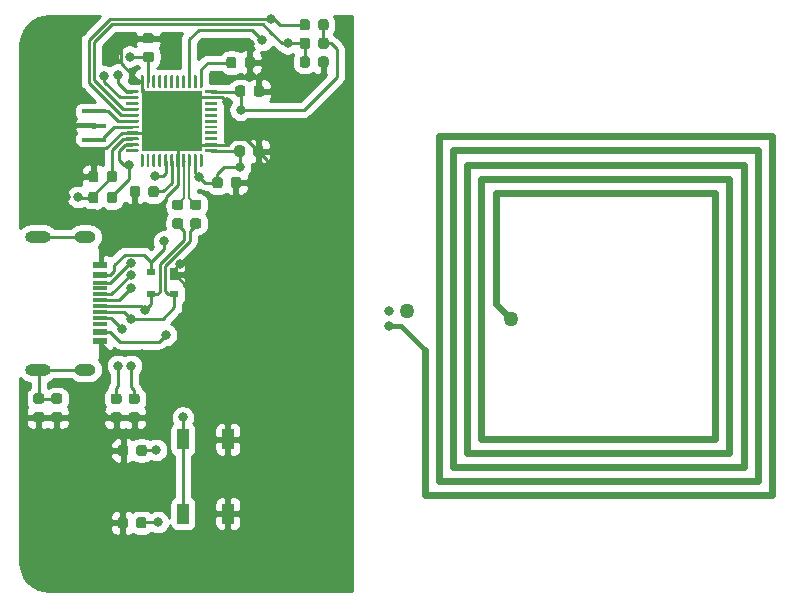
<source format=gbr>
%TF.GenerationSoftware,KiCad,Pcbnew,(5.1.6)-1*%
%TF.CreationDate,2020-05-31T03:06:52+03:00*%
%TF.ProjectId,Project,50726f6a-6563-4742-9e6b-696361645f70,rev?*%
%TF.SameCoordinates,Original*%
%TF.FileFunction,Copper,L2,Bot*%
%TF.FilePolarity,Positive*%
%FSLAX46Y46*%
G04 Gerber Fmt 4.6, Leading zero omitted, Abs format (unit mm)*
G04 Created by KiCad (PCBNEW (5.1.6)-1) date 2020-05-31 03:06:52*
%MOMM*%
%LPD*%
G01*
G04 APERTURE LIST*
%TA.AperFunction,SMDPad,CuDef*%
%ADD10R,5.200000X5.200000*%
%TD*%
%TA.AperFunction,SMDPad,CuDef*%
%ADD11R,1.000000X1.700000*%
%TD*%
%TA.AperFunction,SMDPad,CuDef*%
%ADD12R,0.700000X1.000000*%
%TD*%
%TA.AperFunction,SMDPad,CuDef*%
%ADD13R,0.700000X0.600000*%
%TD*%
%TA.AperFunction,SMDPad,CuDef*%
%ADD14R,1.150000X0.600000*%
%TD*%
%TA.AperFunction,SMDPad,CuDef*%
%ADD15R,1.150000X0.300000*%
%TD*%
%TA.AperFunction,ComponentPad*%
%ADD16O,1.800000X1.000000*%
%TD*%
%TA.AperFunction,ComponentPad*%
%ADD17O,2.200000X1.000000*%
%TD*%
%TA.AperFunction,SMDPad,CuDef*%
%ADD18R,2.000000X0.400000*%
%TD*%
%TA.AperFunction,ViaPad*%
%ADD19C,0.800000*%
%TD*%
%TA.AperFunction,ViaPad*%
%ADD20C,1.270000*%
%TD*%
%TA.AperFunction,ViaPad*%
%ADD21C,0.400000*%
%TD*%
%TA.AperFunction,Conductor*%
%ADD22C,0.250000*%
%TD*%
%TA.AperFunction,Conductor*%
%ADD23C,0.600000*%
%TD*%
%TA.AperFunction,Conductor*%
%ADD24C,0.400000*%
%TD*%
%TA.AperFunction,Conductor*%
%ADD25C,0.200000*%
%TD*%
%TA.AperFunction,Conductor*%
%ADD26C,0.254000*%
%TD*%
G04 APERTURE END LIST*
%TO.P,C11,2*%
%TO.N,GND*%
%TA.AperFunction,SMDPad,CuDef*%
G36*
G01*
X72370200Y-107541350D02*
X72370200Y-108053850D01*
G75*
G02*
X72151450Y-108272600I-218750J0D01*
G01*
X71713950Y-108272600D01*
G75*
G02*
X71495200Y-108053850I0J218750D01*
G01*
X71495200Y-107541350D01*
G75*
G02*
X71713950Y-107322600I218750J0D01*
G01*
X72151450Y-107322600D01*
G75*
G02*
X72370200Y-107541350I0J-218750D01*
G01*
G37*
%TD.AperFunction*%
%TO.P,C11,1*%
%TO.N,Net-(C11-Pad1)*%
%TA.AperFunction,SMDPad,CuDef*%
G36*
G01*
X73945200Y-107541350D02*
X73945200Y-108053850D01*
G75*
G02*
X73726450Y-108272600I-218750J0D01*
G01*
X73288950Y-108272600D01*
G75*
G02*
X73070200Y-108053850I0J218750D01*
G01*
X73070200Y-107541350D01*
G75*
G02*
X73288950Y-107322600I218750J0D01*
G01*
X73726450Y-107322600D01*
G75*
G02*
X73945200Y-107541350I0J-218750D01*
G01*
G37*
%TD.AperFunction*%
%TD*%
%TO.P,C10,1*%
%TO.N,Net-(C10-Pad1)*%
%TA.AperFunction,SMDPad,CuDef*%
G36*
G01*
X73970600Y-101419950D02*
X73970600Y-101932450D01*
G75*
G02*
X73751850Y-102151200I-218750J0D01*
G01*
X73314350Y-102151200D01*
G75*
G02*
X73095600Y-101932450I0J218750D01*
G01*
X73095600Y-101419950D01*
G75*
G02*
X73314350Y-101201200I218750J0D01*
G01*
X73751850Y-101201200D01*
G75*
G02*
X73970600Y-101419950I0J-218750D01*
G01*
G37*
%TD.AperFunction*%
%TO.P,C10,2*%
%TO.N,GND*%
%TA.AperFunction,SMDPad,CuDef*%
G36*
G01*
X72395600Y-101419950D02*
X72395600Y-101932450D01*
G75*
G02*
X72176850Y-102151200I-218750J0D01*
G01*
X71739350Y-102151200D01*
G75*
G02*
X71520600Y-101932450I0J218750D01*
G01*
X71520600Y-101419950D01*
G75*
G02*
X71739350Y-101201200I218750J0D01*
G01*
X72176850Y-101201200D01*
G75*
G02*
X72395600Y-101419950I0J-218750D01*
G01*
G37*
%TD.AperFunction*%
%TD*%
D10*
%TO.P,U2,45*%
%TO.N,GND*%
X76073000Y-73787000D03*
%TO.P,U2,44*%
%TO.N,+5V*%
%TA.AperFunction,SMDPad,CuDef*%
G36*
G01*
X79885500Y-76412000D02*
X78935500Y-76412000D01*
G75*
G02*
X78873000Y-76349500I0J62500D01*
G01*
X78873000Y-76224500D01*
G75*
G02*
X78935500Y-76162000I62500J0D01*
G01*
X79885500Y-76162000D01*
G75*
G02*
X79948000Y-76224500I0J-62500D01*
G01*
X79948000Y-76349500D01*
G75*
G02*
X79885500Y-76412000I-62500J0D01*
G01*
G37*
%TD.AperFunction*%
%TO.P,U2,43*%
%TO.N,GND*%
%TA.AperFunction,SMDPad,CuDef*%
G36*
G01*
X79885500Y-75912000D02*
X78935500Y-75912000D01*
G75*
G02*
X78873000Y-75849500I0J62500D01*
G01*
X78873000Y-75724500D01*
G75*
G02*
X78935500Y-75662000I62500J0D01*
G01*
X79885500Y-75662000D01*
G75*
G02*
X79948000Y-75724500I0J-62500D01*
G01*
X79948000Y-75849500D01*
G75*
G02*
X79885500Y-75912000I-62500J0D01*
G01*
G37*
%TD.AperFunction*%
%TO.P,U2,42*%
%TO.N,Net-(U2-Pad42)*%
%TA.AperFunction,SMDPad,CuDef*%
G36*
G01*
X79885500Y-75412000D02*
X78935500Y-75412000D01*
G75*
G02*
X78873000Y-75349500I0J62500D01*
G01*
X78873000Y-75224500D01*
G75*
G02*
X78935500Y-75162000I62500J0D01*
G01*
X79885500Y-75162000D01*
G75*
G02*
X79948000Y-75224500I0J-62500D01*
G01*
X79948000Y-75349500D01*
G75*
G02*
X79885500Y-75412000I-62500J0D01*
G01*
G37*
%TD.AperFunction*%
%TO.P,U2,41*%
%TO.N,Net-(U2-Pad41)*%
%TA.AperFunction,SMDPad,CuDef*%
G36*
G01*
X79885500Y-74912000D02*
X78935500Y-74912000D01*
G75*
G02*
X78873000Y-74849500I0J62500D01*
G01*
X78873000Y-74724500D01*
G75*
G02*
X78935500Y-74662000I62500J0D01*
G01*
X79885500Y-74662000D01*
G75*
G02*
X79948000Y-74724500I0J-62500D01*
G01*
X79948000Y-74849500D01*
G75*
G02*
X79885500Y-74912000I-62500J0D01*
G01*
G37*
%TD.AperFunction*%
%TO.P,U2,40*%
%TO.N,Net-(U2-Pad40)*%
%TA.AperFunction,SMDPad,CuDef*%
G36*
G01*
X79885500Y-74412000D02*
X78935500Y-74412000D01*
G75*
G02*
X78873000Y-74349500I0J62500D01*
G01*
X78873000Y-74224500D01*
G75*
G02*
X78935500Y-74162000I62500J0D01*
G01*
X79885500Y-74162000D01*
G75*
G02*
X79948000Y-74224500I0J-62500D01*
G01*
X79948000Y-74349500D01*
G75*
G02*
X79885500Y-74412000I-62500J0D01*
G01*
G37*
%TD.AperFunction*%
%TO.P,U2,39*%
%TO.N,Net-(U2-Pad39)*%
%TA.AperFunction,SMDPad,CuDef*%
G36*
G01*
X79885500Y-73912000D02*
X78935500Y-73912000D01*
G75*
G02*
X78873000Y-73849500I0J62500D01*
G01*
X78873000Y-73724500D01*
G75*
G02*
X78935500Y-73662000I62500J0D01*
G01*
X79885500Y-73662000D01*
G75*
G02*
X79948000Y-73724500I0J-62500D01*
G01*
X79948000Y-73849500D01*
G75*
G02*
X79885500Y-73912000I-62500J0D01*
G01*
G37*
%TD.AperFunction*%
%TO.P,U2,38*%
%TO.N,Net-(U2-Pad38)*%
%TA.AperFunction,SMDPad,CuDef*%
G36*
G01*
X79885500Y-73412000D02*
X78935500Y-73412000D01*
G75*
G02*
X78873000Y-73349500I0J62500D01*
G01*
X78873000Y-73224500D01*
G75*
G02*
X78935500Y-73162000I62500J0D01*
G01*
X79885500Y-73162000D01*
G75*
G02*
X79948000Y-73224500I0J-62500D01*
G01*
X79948000Y-73349500D01*
G75*
G02*
X79885500Y-73412000I-62500J0D01*
G01*
G37*
%TD.AperFunction*%
%TO.P,U2,37*%
%TO.N,Net-(U2-Pad37)*%
%TA.AperFunction,SMDPad,CuDef*%
G36*
G01*
X79885500Y-72912000D02*
X78935500Y-72912000D01*
G75*
G02*
X78873000Y-72849500I0J62500D01*
G01*
X78873000Y-72724500D01*
G75*
G02*
X78935500Y-72662000I62500J0D01*
G01*
X79885500Y-72662000D01*
G75*
G02*
X79948000Y-72724500I0J-62500D01*
G01*
X79948000Y-72849500D01*
G75*
G02*
X79885500Y-72912000I-62500J0D01*
G01*
G37*
%TD.AperFunction*%
%TO.P,U2,36*%
%TO.N,Net-(U2-Pad36)*%
%TA.AperFunction,SMDPad,CuDef*%
G36*
G01*
X79885500Y-72412000D02*
X78935500Y-72412000D01*
G75*
G02*
X78873000Y-72349500I0J62500D01*
G01*
X78873000Y-72224500D01*
G75*
G02*
X78935500Y-72162000I62500J0D01*
G01*
X79885500Y-72162000D01*
G75*
G02*
X79948000Y-72224500I0J-62500D01*
G01*
X79948000Y-72349500D01*
G75*
G02*
X79885500Y-72412000I-62500J0D01*
G01*
G37*
%TD.AperFunction*%
%TO.P,U2,35*%
%TO.N,GND*%
%TA.AperFunction,SMDPad,CuDef*%
G36*
G01*
X79885500Y-71912000D02*
X78935500Y-71912000D01*
G75*
G02*
X78873000Y-71849500I0J62500D01*
G01*
X78873000Y-71724500D01*
G75*
G02*
X78935500Y-71662000I62500J0D01*
G01*
X79885500Y-71662000D01*
G75*
G02*
X79948000Y-71724500I0J-62500D01*
G01*
X79948000Y-71849500D01*
G75*
G02*
X79885500Y-71912000I-62500J0D01*
G01*
G37*
%TD.AperFunction*%
%TO.P,U2,34*%
%TO.N,+5V*%
%TA.AperFunction,SMDPad,CuDef*%
G36*
G01*
X79885500Y-71412000D02*
X78935500Y-71412000D01*
G75*
G02*
X78873000Y-71349500I0J62500D01*
G01*
X78873000Y-71224500D01*
G75*
G02*
X78935500Y-71162000I62500J0D01*
G01*
X79885500Y-71162000D01*
G75*
G02*
X79948000Y-71224500I0J-62500D01*
G01*
X79948000Y-71349500D01*
G75*
G02*
X79885500Y-71412000I-62500J0D01*
G01*
G37*
%TD.AperFunction*%
%TO.P,U2,33*%
%TO.N,Net-(R2-Pad2)*%
%TA.AperFunction,SMDPad,CuDef*%
G36*
G01*
X78635500Y-70987000D02*
X78510500Y-70987000D01*
G75*
G02*
X78448000Y-70924500I0J62500D01*
G01*
X78448000Y-69974500D01*
G75*
G02*
X78510500Y-69912000I62500J0D01*
G01*
X78635500Y-69912000D01*
G75*
G02*
X78698000Y-69974500I0J-62500D01*
G01*
X78698000Y-70924500D01*
G75*
G02*
X78635500Y-70987000I-62500J0D01*
G01*
G37*
%TD.AperFunction*%
%TO.P,U2,32*%
%TO.N,Net-(U2-Pad32)*%
%TA.AperFunction,SMDPad,CuDef*%
G36*
G01*
X78135500Y-70987000D02*
X78010500Y-70987000D01*
G75*
G02*
X77948000Y-70924500I0J62500D01*
G01*
X77948000Y-69974500D01*
G75*
G02*
X78010500Y-69912000I62500J0D01*
G01*
X78135500Y-69912000D01*
G75*
G02*
X78198000Y-69974500I0J-62500D01*
G01*
X78198000Y-70924500D01*
G75*
G02*
X78135500Y-70987000I-62500J0D01*
G01*
G37*
%TD.AperFunction*%
%TO.P,U2,31*%
%TO.N,BUSY*%
%TA.AperFunction,SMDPad,CuDef*%
G36*
G01*
X77635500Y-70987000D02*
X77510500Y-70987000D01*
G75*
G02*
X77448000Y-70924500I0J62500D01*
G01*
X77448000Y-69974500D01*
G75*
G02*
X77510500Y-69912000I62500J0D01*
G01*
X77635500Y-69912000D01*
G75*
G02*
X77698000Y-69974500I0J-62500D01*
G01*
X77698000Y-70924500D01*
G75*
G02*
X77635500Y-70987000I-62500J0D01*
G01*
G37*
%TD.AperFunction*%
%TO.P,U2,30*%
%TO.N,Net-(U2-Pad30)*%
%TA.AperFunction,SMDPad,CuDef*%
G36*
G01*
X77135500Y-70987000D02*
X77010500Y-70987000D01*
G75*
G02*
X76948000Y-70924500I0J62500D01*
G01*
X76948000Y-69974500D01*
G75*
G02*
X77010500Y-69912000I62500J0D01*
G01*
X77135500Y-69912000D01*
G75*
G02*
X77198000Y-69974500I0J-62500D01*
G01*
X77198000Y-70924500D01*
G75*
G02*
X77135500Y-70987000I-62500J0D01*
G01*
G37*
%TD.AperFunction*%
%TO.P,U2,29*%
%TO.N,Net-(U2-Pad29)*%
%TA.AperFunction,SMDPad,CuDef*%
G36*
G01*
X76635500Y-70987000D02*
X76510500Y-70987000D01*
G75*
G02*
X76448000Y-70924500I0J62500D01*
G01*
X76448000Y-69974500D01*
G75*
G02*
X76510500Y-69912000I62500J0D01*
G01*
X76635500Y-69912000D01*
G75*
G02*
X76698000Y-69974500I0J-62500D01*
G01*
X76698000Y-70924500D01*
G75*
G02*
X76635500Y-70987000I-62500J0D01*
G01*
G37*
%TD.AperFunction*%
%TO.P,U2,28*%
%TO.N,Net-(U2-Pad28)*%
%TA.AperFunction,SMDPad,CuDef*%
G36*
G01*
X76135500Y-70987000D02*
X76010500Y-70987000D01*
G75*
G02*
X75948000Y-70924500I0J62500D01*
G01*
X75948000Y-69974500D01*
G75*
G02*
X76010500Y-69912000I62500J0D01*
G01*
X76135500Y-69912000D01*
G75*
G02*
X76198000Y-69974500I0J-62500D01*
G01*
X76198000Y-70924500D01*
G75*
G02*
X76135500Y-70987000I-62500J0D01*
G01*
G37*
%TD.AperFunction*%
%TO.P,U2,27*%
%TO.N,Net-(U2-Pad27)*%
%TA.AperFunction,SMDPad,CuDef*%
G36*
G01*
X75635500Y-70987000D02*
X75510500Y-70987000D01*
G75*
G02*
X75448000Y-70924500I0J62500D01*
G01*
X75448000Y-69974500D01*
G75*
G02*
X75510500Y-69912000I62500J0D01*
G01*
X75635500Y-69912000D01*
G75*
G02*
X75698000Y-69974500I0J-62500D01*
G01*
X75698000Y-70924500D01*
G75*
G02*
X75635500Y-70987000I-62500J0D01*
G01*
G37*
%TD.AperFunction*%
%TO.P,U2,26*%
%TO.N,Net-(U2-Pad26)*%
%TA.AperFunction,SMDPad,CuDef*%
G36*
G01*
X75135500Y-70987000D02*
X75010500Y-70987000D01*
G75*
G02*
X74948000Y-70924500I0J62500D01*
G01*
X74948000Y-69974500D01*
G75*
G02*
X75010500Y-69912000I62500J0D01*
G01*
X75135500Y-69912000D01*
G75*
G02*
X75198000Y-69974500I0J-62500D01*
G01*
X75198000Y-70924500D01*
G75*
G02*
X75135500Y-70987000I-62500J0D01*
G01*
G37*
%TD.AperFunction*%
%TO.P,U2,25*%
%TO.N,Net-(U2-Pad25)*%
%TA.AperFunction,SMDPad,CuDef*%
G36*
G01*
X74635500Y-70987000D02*
X74510500Y-70987000D01*
G75*
G02*
X74448000Y-70924500I0J62500D01*
G01*
X74448000Y-69974500D01*
G75*
G02*
X74510500Y-69912000I62500J0D01*
G01*
X74635500Y-69912000D01*
G75*
G02*
X74698000Y-69974500I0J-62500D01*
G01*
X74698000Y-70924500D01*
G75*
G02*
X74635500Y-70987000I-62500J0D01*
G01*
G37*
%TD.AperFunction*%
%TO.P,U2,24*%
%TO.N,+5V*%
%TA.AperFunction,SMDPad,CuDef*%
G36*
G01*
X74135500Y-70987000D02*
X74010500Y-70987000D01*
G75*
G02*
X73948000Y-70924500I0J62500D01*
G01*
X73948000Y-69974500D01*
G75*
G02*
X74010500Y-69912000I62500J0D01*
G01*
X74135500Y-69912000D01*
G75*
G02*
X74198000Y-69974500I0J-62500D01*
G01*
X74198000Y-70924500D01*
G75*
G02*
X74135500Y-70987000I-62500J0D01*
G01*
G37*
%TD.AperFunction*%
%TO.P,U2,23*%
%TO.N,GND*%
%TA.AperFunction,SMDPad,CuDef*%
G36*
G01*
X73635500Y-70987000D02*
X73510500Y-70987000D01*
G75*
G02*
X73448000Y-70924500I0J62500D01*
G01*
X73448000Y-69974500D01*
G75*
G02*
X73510500Y-69912000I62500J0D01*
G01*
X73635500Y-69912000D01*
G75*
G02*
X73698000Y-69974500I0J-62500D01*
G01*
X73698000Y-70924500D01*
G75*
G02*
X73635500Y-70987000I-62500J0D01*
G01*
G37*
%TD.AperFunction*%
%TO.P,U2,22*%
%TO.N,Net-(C11-Pad1)*%
%TA.AperFunction,SMDPad,CuDef*%
G36*
G01*
X73210500Y-71412000D02*
X72260500Y-71412000D01*
G75*
G02*
X72198000Y-71349500I0J62500D01*
G01*
X72198000Y-71224500D01*
G75*
G02*
X72260500Y-71162000I62500J0D01*
G01*
X73210500Y-71162000D01*
G75*
G02*
X73273000Y-71224500I0J-62500D01*
G01*
X73273000Y-71349500D01*
G75*
G02*
X73210500Y-71412000I-62500J0D01*
G01*
G37*
%TD.AperFunction*%
%TO.P,U2,21*%
%TO.N,Net-(C10-Pad1)*%
%TA.AperFunction,SMDPad,CuDef*%
G36*
G01*
X73210500Y-71912000D02*
X72260500Y-71912000D01*
G75*
G02*
X72198000Y-71849500I0J62500D01*
G01*
X72198000Y-71724500D01*
G75*
G02*
X72260500Y-71662000I62500J0D01*
G01*
X73210500Y-71662000D01*
G75*
G02*
X73273000Y-71724500I0J-62500D01*
G01*
X73273000Y-71849500D01*
G75*
G02*
X73210500Y-71912000I-62500J0D01*
G01*
G37*
%TD.AperFunction*%
%TO.P,U2,20*%
%TO.N,Net-(U2-Pad20)*%
%TA.AperFunction,SMDPad,CuDef*%
G36*
G01*
X73210500Y-72412000D02*
X72260500Y-72412000D01*
G75*
G02*
X72198000Y-72349500I0J62500D01*
G01*
X72198000Y-72224500D01*
G75*
G02*
X72260500Y-72162000I62500J0D01*
G01*
X73210500Y-72162000D01*
G75*
G02*
X73273000Y-72224500I0J-62500D01*
G01*
X73273000Y-72349500D01*
G75*
G02*
X73210500Y-72412000I-62500J0D01*
G01*
G37*
%TD.AperFunction*%
%TO.P,U2,19*%
%TO.N,SDA*%
%TA.AperFunction,SMDPad,CuDef*%
G36*
G01*
X73210500Y-72912000D02*
X72260500Y-72912000D01*
G75*
G02*
X72198000Y-72849500I0J62500D01*
G01*
X72198000Y-72724500D01*
G75*
G02*
X72260500Y-72662000I62500J0D01*
G01*
X73210500Y-72662000D01*
G75*
G02*
X73273000Y-72724500I0J-62500D01*
G01*
X73273000Y-72849500D01*
G75*
G02*
X73210500Y-72912000I-62500J0D01*
G01*
G37*
%TD.AperFunction*%
%TO.P,U2,18*%
%TO.N,SCL*%
%TA.AperFunction,SMDPad,CuDef*%
G36*
G01*
X73210500Y-73412000D02*
X72260500Y-73412000D01*
G75*
G02*
X72198000Y-73349500I0J62500D01*
G01*
X72198000Y-73224500D01*
G75*
G02*
X72260500Y-73162000I62500J0D01*
G01*
X73210500Y-73162000D01*
G75*
G02*
X73273000Y-73224500I0J-62500D01*
G01*
X73273000Y-73349500D01*
G75*
G02*
X73210500Y-73412000I-62500J0D01*
G01*
G37*
%TD.AperFunction*%
%TO.P,U2,17*%
%TO.N,Net-(U2-Pad17)*%
%TA.AperFunction,SMDPad,CuDef*%
G36*
G01*
X73210500Y-73912000D02*
X72260500Y-73912000D01*
G75*
G02*
X72198000Y-73849500I0J62500D01*
G01*
X72198000Y-73724500D01*
G75*
G02*
X72260500Y-73662000I62500J0D01*
G01*
X73210500Y-73662000D01*
G75*
G02*
X73273000Y-73724500I0J-62500D01*
G01*
X73273000Y-73849500D01*
G75*
G02*
X73210500Y-73912000I-62500J0D01*
G01*
G37*
%TD.AperFunction*%
%TO.P,U2,16*%
%TO.N,Net-(U2-Pad16)*%
%TA.AperFunction,SMDPad,CuDef*%
G36*
G01*
X73210500Y-74412000D02*
X72260500Y-74412000D01*
G75*
G02*
X72198000Y-74349500I0J62500D01*
G01*
X72198000Y-74224500D01*
G75*
G02*
X72260500Y-74162000I62500J0D01*
G01*
X73210500Y-74162000D01*
G75*
G02*
X73273000Y-74224500I0J-62500D01*
G01*
X73273000Y-74349500D01*
G75*
G02*
X73210500Y-74412000I-62500J0D01*
G01*
G37*
%TD.AperFunction*%
%TO.P,U2,15*%
%TO.N,GND*%
%TA.AperFunction,SMDPad,CuDef*%
G36*
G01*
X73210500Y-74912000D02*
X72260500Y-74912000D01*
G75*
G02*
X72198000Y-74849500I0J62500D01*
G01*
X72198000Y-74724500D01*
G75*
G02*
X72260500Y-74662000I62500J0D01*
G01*
X73210500Y-74662000D01*
G75*
G02*
X73273000Y-74724500I0J-62500D01*
G01*
X73273000Y-74849500D01*
G75*
G02*
X73210500Y-74912000I-62500J0D01*
G01*
G37*
%TD.AperFunction*%
%TO.P,U2,14*%
%TO.N,+5V*%
%TA.AperFunction,SMDPad,CuDef*%
G36*
G01*
X73210500Y-75412000D02*
X72260500Y-75412000D01*
G75*
G02*
X72198000Y-75349500I0J62500D01*
G01*
X72198000Y-75224500D01*
G75*
G02*
X72260500Y-75162000I62500J0D01*
G01*
X73210500Y-75162000D01*
G75*
G02*
X73273000Y-75224500I0J-62500D01*
G01*
X73273000Y-75349500D01*
G75*
G02*
X73210500Y-75412000I-62500J0D01*
G01*
G37*
%TD.AperFunction*%
%TO.P,U2,13*%
%TO.N,RST*%
%TA.AperFunction,SMDPad,CuDef*%
G36*
G01*
X73210500Y-75912000D02*
X72260500Y-75912000D01*
G75*
G02*
X72198000Y-75849500I0J62500D01*
G01*
X72198000Y-75724500D01*
G75*
G02*
X72260500Y-75662000I62500J0D01*
G01*
X73210500Y-75662000D01*
G75*
G02*
X73273000Y-75724500I0J-62500D01*
G01*
X73273000Y-75849500D01*
G75*
G02*
X73210500Y-75912000I-62500J0D01*
G01*
G37*
%TD.AperFunction*%
%TO.P,U2,12*%
%TO.N,Net-(U2-Pad12)*%
%TA.AperFunction,SMDPad,CuDef*%
G36*
G01*
X73210500Y-76412000D02*
X72260500Y-76412000D01*
G75*
G02*
X72198000Y-76349500I0J62500D01*
G01*
X72198000Y-76224500D01*
G75*
G02*
X72260500Y-76162000I62500J0D01*
G01*
X73210500Y-76162000D01*
G75*
G02*
X73273000Y-76224500I0J-62500D01*
G01*
X73273000Y-76349500D01*
G75*
G02*
X73210500Y-76412000I-62500J0D01*
G01*
G37*
%TD.AperFunction*%
%TO.P,U2,11*%
%TO.N,MISO*%
%TA.AperFunction,SMDPad,CuDef*%
G36*
G01*
X73635500Y-77662000D02*
X73510500Y-77662000D01*
G75*
G02*
X73448000Y-77599500I0J62500D01*
G01*
X73448000Y-76649500D01*
G75*
G02*
X73510500Y-76587000I62500J0D01*
G01*
X73635500Y-76587000D01*
G75*
G02*
X73698000Y-76649500I0J-62500D01*
G01*
X73698000Y-77599500D01*
G75*
G02*
X73635500Y-77662000I-62500J0D01*
G01*
G37*
%TD.AperFunction*%
%TO.P,U2,10*%
%TO.N,MOSI*%
%TA.AperFunction,SMDPad,CuDef*%
G36*
G01*
X74135500Y-77662000D02*
X74010500Y-77662000D01*
G75*
G02*
X73948000Y-77599500I0J62500D01*
G01*
X73948000Y-76649500D01*
G75*
G02*
X74010500Y-76587000I62500J0D01*
G01*
X74135500Y-76587000D01*
G75*
G02*
X74198000Y-76649500I0J-62500D01*
G01*
X74198000Y-77599500D01*
G75*
G02*
X74135500Y-77662000I-62500J0D01*
G01*
G37*
%TD.AperFunction*%
%TO.P,U2,9*%
%TO.N,SCK*%
%TA.AperFunction,SMDPad,CuDef*%
G36*
G01*
X74635500Y-77662000D02*
X74510500Y-77662000D01*
G75*
G02*
X74448000Y-77599500I0J62500D01*
G01*
X74448000Y-76649500D01*
G75*
G02*
X74510500Y-76587000I62500J0D01*
G01*
X74635500Y-76587000D01*
G75*
G02*
X74698000Y-76649500I0J-62500D01*
G01*
X74698000Y-77599500D01*
G75*
G02*
X74635500Y-77662000I-62500J0D01*
G01*
G37*
%TD.AperFunction*%
%TO.P,U2,8*%
%TO.N,Net-(U2-Pad8)*%
%TA.AperFunction,SMDPad,CuDef*%
G36*
G01*
X75135500Y-77662000D02*
X75010500Y-77662000D01*
G75*
G02*
X74948000Y-77599500I0J62500D01*
G01*
X74948000Y-76649500D01*
G75*
G02*
X75010500Y-76587000I62500J0D01*
G01*
X75135500Y-76587000D01*
G75*
G02*
X75198000Y-76649500I0J-62500D01*
G01*
X75198000Y-77599500D01*
G75*
G02*
X75135500Y-77662000I-62500J0D01*
G01*
G37*
%TD.AperFunction*%
%TO.P,U2,7*%
%TO.N,+5V*%
%TA.AperFunction,SMDPad,CuDef*%
G36*
G01*
X75635500Y-77662000D02*
X75510500Y-77662000D01*
G75*
G02*
X75448000Y-77599500I0J62500D01*
G01*
X75448000Y-76649500D01*
G75*
G02*
X75510500Y-76587000I62500J0D01*
G01*
X75635500Y-76587000D01*
G75*
G02*
X75698000Y-76649500I0J-62500D01*
G01*
X75698000Y-77599500D01*
G75*
G02*
X75635500Y-77662000I-62500J0D01*
G01*
G37*
%TD.AperFunction*%
%TO.P,U2,6*%
%TO.N,Net-(C6-Pad1)*%
%TA.AperFunction,SMDPad,CuDef*%
G36*
G01*
X76135500Y-77662000D02*
X76010500Y-77662000D01*
G75*
G02*
X75948000Y-77599500I0J62500D01*
G01*
X75948000Y-76649500D01*
G75*
G02*
X76010500Y-76587000I62500J0D01*
G01*
X76135500Y-76587000D01*
G75*
G02*
X76198000Y-76649500I0J-62500D01*
G01*
X76198000Y-77599500D01*
G75*
G02*
X76135500Y-77662000I-62500J0D01*
G01*
G37*
%TD.AperFunction*%
%TO.P,U2,5*%
%TO.N,GND*%
%TA.AperFunction,SMDPad,CuDef*%
G36*
G01*
X76635500Y-77662000D02*
X76510500Y-77662000D01*
G75*
G02*
X76448000Y-77599500I0J62500D01*
G01*
X76448000Y-76649500D01*
G75*
G02*
X76510500Y-76587000I62500J0D01*
G01*
X76635500Y-76587000D01*
G75*
G02*
X76698000Y-76649500I0J-62500D01*
G01*
X76698000Y-77599500D01*
G75*
G02*
X76635500Y-77662000I-62500J0D01*
G01*
G37*
%TD.AperFunction*%
%TO.P,U2,4*%
%TO.N,D+*%
%TA.AperFunction,SMDPad,CuDef*%
G36*
G01*
X77135500Y-77662000D02*
X77010500Y-77662000D01*
G75*
G02*
X76948000Y-77599500I0J62500D01*
G01*
X76948000Y-76649500D01*
G75*
G02*
X77010500Y-76587000I62500J0D01*
G01*
X77135500Y-76587000D01*
G75*
G02*
X77198000Y-76649500I0J-62500D01*
G01*
X77198000Y-77599500D01*
G75*
G02*
X77135500Y-77662000I-62500J0D01*
G01*
G37*
%TD.AperFunction*%
%TO.P,U2,3*%
%TO.N,D-*%
%TA.AperFunction,SMDPad,CuDef*%
G36*
G01*
X77635500Y-77662000D02*
X77510500Y-77662000D01*
G75*
G02*
X77448000Y-77599500I0J62500D01*
G01*
X77448000Y-76649500D01*
G75*
G02*
X77510500Y-76587000I62500J0D01*
G01*
X77635500Y-76587000D01*
G75*
G02*
X77698000Y-76649500I0J-62500D01*
G01*
X77698000Y-77599500D01*
G75*
G02*
X77635500Y-77662000I-62500J0D01*
G01*
G37*
%TD.AperFunction*%
%TO.P,U2,2*%
%TO.N,+5V*%
%TA.AperFunction,SMDPad,CuDef*%
G36*
G01*
X78135500Y-77662000D02*
X78010500Y-77662000D01*
G75*
G02*
X77948000Y-77599500I0J62500D01*
G01*
X77948000Y-76649500D01*
G75*
G02*
X78010500Y-76587000I62500J0D01*
G01*
X78135500Y-76587000D01*
G75*
G02*
X78198000Y-76649500I0J-62500D01*
G01*
X78198000Y-77599500D01*
G75*
G02*
X78135500Y-77662000I-62500J0D01*
G01*
G37*
%TD.AperFunction*%
%TO.P,U2,1*%
%TO.N,Net-(U2-Pad1)*%
%TA.AperFunction,SMDPad,CuDef*%
G36*
G01*
X78635500Y-77662000D02*
X78510500Y-77662000D01*
G75*
G02*
X78448000Y-77599500I0J62500D01*
G01*
X78448000Y-76649500D01*
G75*
G02*
X78510500Y-76587000I62500J0D01*
G01*
X78635500Y-76587000D01*
G75*
G02*
X78698000Y-76649500I0J-62500D01*
G01*
X78698000Y-77599500D01*
G75*
G02*
X78635500Y-77662000I-62500J0D01*
G01*
G37*
%TD.AperFunction*%
%TD*%
D11*
%TO.P,Reset,1*%
%TO.N,GND*%
X80830500Y-107036000D03*
X80830500Y-100736000D03*
%TO.P,Reset,2*%
%TO.N,RST*%
X77030500Y-107036000D03*
X77030500Y-100736000D03*
%TD*%
D12*
%TO.P,U1,1*%
%TO.N,GND*%
X76311000Y-86753000D03*
D13*
%TO.P,U1,4*%
%TO.N,VCC*%
X74311000Y-86553000D03*
%TO.P,U1,2*%
%TO.N,Net-(U1-Pad2)*%
X76311000Y-88453000D03*
%TO.P,U1,3*%
%TO.N,Net-(U1-Pad3)*%
X74311000Y-88453000D03*
%TD*%
D14*
%TO.P,USB1,12*%
%TO.N,GND*%
X70044600Y-86011400D03*
%TO.P,USB1,1*%
X70044600Y-92411400D03*
%TO.P,USB1,11*%
%TO.N,VCC*%
X70044600Y-86811400D03*
%TO.P,USB1,2*%
X70044600Y-91611400D03*
D15*
%TO.P,USB1,3*%
%TO.N,Net-(USB1-Pad3)*%
X70044600Y-90961400D03*
%TO.P,USB1,10*%
%TO.N,Net-(UR4-Pad1)*%
X70044600Y-87461400D03*
%TO.P,USB1,4*%
%TO.N,Net-(UR3-Pad1)*%
X70044600Y-90461400D03*
%TO.P,USB1,9*%
%TO.N,Net-(USB1-Pad9)*%
X70044600Y-87961400D03*
%TO.P,USB1,5*%
%TO.N,Net-(U1-Pad2)*%
X70044600Y-89961400D03*
%TO.P,USB1,8*%
%TO.N,Net-(U1-Pad3)*%
X70044600Y-88461400D03*
%TO.P,USB1,7*%
%TO.N,Net-(U1-Pad2)*%
X70044600Y-88961400D03*
%TO.P,USB1,6*%
%TO.N,Net-(U1-Pad3)*%
X70044600Y-89461400D03*
D16*
%TO.P,USB1,13*%
%TO.N,Net-(UR5-Pad1)*%
X68744600Y-94831400D03*
X68744600Y-83591400D03*
D17*
X64744600Y-94831400D03*
X64744600Y-83591400D03*
%TD*%
D18*
%TO.P,X1,2*%
%TO.N,GND*%
X69469000Y-74168000D03*
%TO.P,X1,1*%
%TO.N,Net-(U2-Pad17)*%
X69469000Y-72968000D03*
%TO.P,X1,3*%
%TO.N,Net-(U2-Pad16)*%
X69469000Y-75368000D03*
%TD*%
%TO.P,C1,1*%
%TO.N,+5V*%
%TA.AperFunction,SMDPad,CuDef*%
G36*
G01*
X79509000Y-79250250D02*
X79509000Y-78737750D01*
G75*
G02*
X79727750Y-78519000I218750J0D01*
G01*
X80165250Y-78519000D01*
G75*
G02*
X80384000Y-78737750I0J-218750D01*
G01*
X80384000Y-79250250D01*
G75*
G02*
X80165250Y-79469000I-218750J0D01*
G01*
X79727750Y-79469000D01*
G75*
G02*
X79509000Y-79250250I0J218750D01*
G01*
G37*
%TD.AperFunction*%
%TO.P,C1,2*%
%TO.N,GND*%
%TA.AperFunction,SMDPad,CuDef*%
G36*
G01*
X81084000Y-79250250D02*
X81084000Y-78737750D01*
G75*
G02*
X81302750Y-78519000I218750J0D01*
G01*
X81740250Y-78519000D01*
G75*
G02*
X81959000Y-78737750I0J-218750D01*
G01*
X81959000Y-79250250D01*
G75*
G02*
X81740250Y-79469000I-218750J0D01*
G01*
X81302750Y-79469000D01*
G75*
G02*
X81084000Y-79250250I0J218750D01*
G01*
G37*
%TD.AperFunction*%
%TD*%
%TO.P,C2,1*%
%TO.N,+5V*%
%TA.AperFunction,SMDPad,CuDef*%
G36*
G01*
X81388500Y-76583250D02*
X81388500Y-76070750D01*
G75*
G02*
X81607250Y-75852000I218750J0D01*
G01*
X82044750Y-75852000D01*
G75*
G02*
X82263500Y-76070750I0J-218750D01*
G01*
X82263500Y-76583250D01*
G75*
G02*
X82044750Y-76802000I-218750J0D01*
G01*
X81607250Y-76802000D01*
G75*
G02*
X81388500Y-76583250I0J218750D01*
G01*
G37*
%TD.AperFunction*%
%TO.P,C2,2*%
%TO.N,GND*%
%TA.AperFunction,SMDPad,CuDef*%
G36*
G01*
X82963500Y-76583250D02*
X82963500Y-76070750D01*
G75*
G02*
X83182250Y-75852000I218750J0D01*
G01*
X83619750Y-75852000D01*
G75*
G02*
X83838500Y-76070750I0J-218750D01*
G01*
X83838500Y-76583250D01*
G75*
G02*
X83619750Y-76802000I-218750J0D01*
G01*
X83182250Y-76802000D01*
G75*
G02*
X82963500Y-76583250I0J218750D01*
G01*
G37*
%TD.AperFunction*%
%TD*%
%TO.P,C3,2*%
%TO.N,GND*%
%TA.AperFunction,SMDPad,CuDef*%
G36*
G01*
X83027000Y-71503250D02*
X83027000Y-70990750D01*
G75*
G02*
X83245750Y-70772000I218750J0D01*
G01*
X83683250Y-70772000D01*
G75*
G02*
X83902000Y-70990750I0J-218750D01*
G01*
X83902000Y-71503250D01*
G75*
G02*
X83683250Y-71722000I-218750J0D01*
G01*
X83245750Y-71722000D01*
G75*
G02*
X83027000Y-71503250I0J218750D01*
G01*
G37*
%TD.AperFunction*%
%TO.P,C3,1*%
%TO.N,+5V*%
%TA.AperFunction,SMDPad,CuDef*%
G36*
G01*
X81452000Y-71503250D02*
X81452000Y-70990750D01*
G75*
G02*
X81670750Y-70772000I218750J0D01*
G01*
X82108250Y-70772000D01*
G75*
G02*
X82327000Y-70990750I0J-218750D01*
G01*
X82327000Y-71503250D01*
G75*
G02*
X82108250Y-71722000I-218750J0D01*
G01*
X81670750Y-71722000D01*
G75*
G02*
X81452000Y-71503250I0J218750D01*
G01*
G37*
%TD.AperFunction*%
%TD*%
%TO.P,C4,1*%
%TO.N,+5V*%
%TA.AperFunction,SMDPad,CuDef*%
G36*
G01*
X74360750Y-68789000D02*
X73848250Y-68789000D01*
G75*
G02*
X73629500Y-68570250I0J218750D01*
G01*
X73629500Y-68132750D01*
G75*
G02*
X73848250Y-67914000I218750J0D01*
G01*
X74360750Y-67914000D01*
G75*
G02*
X74579500Y-68132750I0J-218750D01*
G01*
X74579500Y-68570250D01*
G75*
G02*
X74360750Y-68789000I-218750J0D01*
G01*
G37*
%TD.AperFunction*%
%TO.P,C4,2*%
%TO.N,GND*%
%TA.AperFunction,SMDPad,CuDef*%
G36*
G01*
X74360750Y-67214000D02*
X73848250Y-67214000D01*
G75*
G02*
X73629500Y-66995250I0J218750D01*
G01*
X73629500Y-66557750D01*
G75*
G02*
X73848250Y-66339000I218750J0D01*
G01*
X74360750Y-66339000D01*
G75*
G02*
X74579500Y-66557750I0J-218750D01*
G01*
X74579500Y-66995250D01*
G75*
G02*
X74360750Y-67214000I-218750J0D01*
G01*
G37*
%TD.AperFunction*%
%TD*%
%TO.P,C5,2*%
%TO.N,GND*%
%TA.AperFunction,SMDPad,CuDef*%
G36*
G01*
X69881000Y-78229750D02*
X69881000Y-78742250D01*
G75*
G02*
X69662250Y-78961000I-218750J0D01*
G01*
X69224750Y-78961000D01*
G75*
G02*
X69006000Y-78742250I0J218750D01*
G01*
X69006000Y-78229750D01*
G75*
G02*
X69224750Y-78011000I218750J0D01*
G01*
X69662250Y-78011000D01*
G75*
G02*
X69881000Y-78229750I0J-218750D01*
G01*
G37*
%TD.AperFunction*%
%TO.P,C5,1*%
%TO.N,+5V*%
%TA.AperFunction,SMDPad,CuDef*%
G36*
G01*
X71456000Y-78229750D02*
X71456000Y-78742250D01*
G75*
G02*
X71237250Y-78961000I-218750J0D01*
G01*
X70799750Y-78961000D01*
G75*
G02*
X70581000Y-78742250I0J218750D01*
G01*
X70581000Y-78229750D01*
G75*
G02*
X70799750Y-78011000I218750J0D01*
G01*
X71237250Y-78011000D01*
G75*
G02*
X71456000Y-78229750I0J-218750D01*
G01*
G37*
%TD.AperFunction*%
%TD*%
%TO.P,C6,2*%
%TO.N,GND*%
%TA.AperFunction,SMDPad,CuDef*%
G36*
G01*
X73399000Y-79499750D02*
X73399000Y-80012250D01*
G75*
G02*
X73180250Y-80231000I-218750J0D01*
G01*
X72742750Y-80231000D01*
G75*
G02*
X72524000Y-80012250I0J218750D01*
G01*
X72524000Y-79499750D01*
G75*
G02*
X72742750Y-79281000I218750J0D01*
G01*
X73180250Y-79281000D01*
G75*
G02*
X73399000Y-79499750I0J-218750D01*
G01*
G37*
%TD.AperFunction*%
%TO.P,C6,1*%
%TO.N,Net-(C6-Pad1)*%
%TA.AperFunction,SMDPad,CuDef*%
G36*
G01*
X74974000Y-79499750D02*
X74974000Y-80012250D01*
G75*
G02*
X74755250Y-80231000I-218750J0D01*
G01*
X74317750Y-80231000D01*
G75*
G02*
X74099000Y-80012250I0J218750D01*
G01*
X74099000Y-79499750D01*
G75*
G02*
X74317750Y-79281000I218750J0D01*
G01*
X74755250Y-79281000D01*
G75*
G02*
X74974000Y-79499750I0J-218750D01*
G01*
G37*
%TD.AperFunction*%
%TD*%
%TO.P,C12,1*%
%TO.N,SDA*%
%TA.AperFunction,SMDPad,CuDef*%
G36*
G01*
X86913000Y-69039450D02*
X86913000Y-68526950D01*
G75*
G02*
X87131750Y-68308200I218750J0D01*
G01*
X87569250Y-68308200D01*
G75*
G02*
X87788000Y-68526950I0J-218750D01*
G01*
X87788000Y-69039450D01*
G75*
G02*
X87569250Y-69258200I-218750J0D01*
G01*
X87131750Y-69258200D01*
G75*
G02*
X86913000Y-69039450I0J218750D01*
G01*
G37*
%TD.AperFunction*%
%TO.P,C12,2*%
%TO.N,GND*%
%TA.AperFunction,SMDPad,CuDef*%
G36*
G01*
X88488000Y-69039450D02*
X88488000Y-68526950D01*
G75*
G02*
X88706750Y-68308200I218750J0D01*
G01*
X89144250Y-68308200D01*
G75*
G02*
X89363000Y-68526950I0J-218750D01*
G01*
X89363000Y-69039450D01*
G75*
G02*
X89144250Y-69258200I-218750J0D01*
G01*
X88706750Y-69258200D01*
G75*
G02*
X88488000Y-69039450I0J218750D01*
G01*
G37*
%TD.AperFunction*%
%TD*%
%TO.P,R1,1*%
%TO.N,RST*%
%TA.AperFunction,SMDPad,CuDef*%
G36*
G01*
X71456000Y-80007750D02*
X71456000Y-80520250D01*
G75*
G02*
X71237250Y-80739000I-218750J0D01*
G01*
X70799750Y-80739000D01*
G75*
G02*
X70581000Y-80520250I0J218750D01*
G01*
X70581000Y-80007750D01*
G75*
G02*
X70799750Y-79789000I218750J0D01*
G01*
X71237250Y-79789000D01*
G75*
G02*
X71456000Y-80007750I0J-218750D01*
G01*
G37*
%TD.AperFunction*%
%TO.P,R1,2*%
%TO.N,+5V*%
%TA.AperFunction,SMDPad,CuDef*%
G36*
G01*
X69881000Y-80007750D02*
X69881000Y-80520250D01*
G75*
G02*
X69662250Y-80739000I-218750J0D01*
G01*
X69224750Y-80739000D01*
G75*
G02*
X69006000Y-80520250I0J218750D01*
G01*
X69006000Y-80007750D01*
G75*
G02*
X69224750Y-79789000I218750J0D01*
G01*
X69662250Y-79789000D01*
G75*
G02*
X69881000Y-80007750I0J-218750D01*
G01*
G37*
%TD.AperFunction*%
%TD*%
%TO.P,R2,1*%
%TO.N,GND*%
%TA.AperFunction,SMDPad,CuDef*%
G36*
G01*
X83140000Y-68577750D02*
X83140000Y-69090250D01*
G75*
G02*
X82921250Y-69309000I-218750J0D01*
G01*
X82483750Y-69309000D01*
G75*
G02*
X82265000Y-69090250I0J218750D01*
G01*
X82265000Y-68577750D01*
G75*
G02*
X82483750Y-68359000I218750J0D01*
G01*
X82921250Y-68359000D01*
G75*
G02*
X83140000Y-68577750I0J-218750D01*
G01*
G37*
%TD.AperFunction*%
%TO.P,R2,2*%
%TO.N,Net-(R2-Pad2)*%
%TA.AperFunction,SMDPad,CuDef*%
G36*
G01*
X81565000Y-68577750D02*
X81565000Y-69090250D01*
G75*
G02*
X81346250Y-69309000I-218750J0D01*
G01*
X80908750Y-69309000D01*
G75*
G02*
X80690000Y-69090250I0J218750D01*
G01*
X80690000Y-68577750D01*
G75*
G02*
X80908750Y-68359000I218750J0D01*
G01*
X81346250Y-68359000D01*
G75*
G02*
X81565000Y-68577750I0J-218750D01*
G01*
G37*
%TD.AperFunction*%
%TD*%
%TO.P,R3,1*%
%TO.N,+5V*%
%TA.AperFunction,SMDPad,CuDef*%
G36*
G01*
X89363000Y-66952150D02*
X89363000Y-67464650D01*
G75*
G02*
X89144250Y-67683400I-218750J0D01*
G01*
X88706750Y-67683400D01*
G75*
G02*
X88488000Y-67464650I0J218750D01*
G01*
X88488000Y-66952150D01*
G75*
G02*
X88706750Y-66733400I218750J0D01*
G01*
X89144250Y-66733400D01*
G75*
G02*
X89363000Y-66952150I0J-218750D01*
G01*
G37*
%TD.AperFunction*%
%TO.P,R3,2*%
%TO.N,SDA*%
%TA.AperFunction,SMDPad,CuDef*%
G36*
G01*
X87788000Y-66952150D02*
X87788000Y-67464650D01*
G75*
G02*
X87569250Y-67683400I-218750J0D01*
G01*
X87131750Y-67683400D01*
G75*
G02*
X86913000Y-67464650I0J218750D01*
G01*
X86913000Y-66952150D01*
G75*
G02*
X87131750Y-66733400I218750J0D01*
G01*
X87569250Y-66733400D01*
G75*
G02*
X87788000Y-66952150I0J-218750D01*
G01*
G37*
%TD.AperFunction*%
%TD*%
%TO.P,R4,2*%
%TO.N,SCL*%
%TA.AperFunction,SMDPad,CuDef*%
G36*
G01*
X87788000Y-65377350D02*
X87788000Y-65889850D01*
G75*
G02*
X87569250Y-66108600I-218750J0D01*
G01*
X87131750Y-66108600D01*
G75*
G02*
X86913000Y-65889850I0J218750D01*
G01*
X86913000Y-65377350D01*
G75*
G02*
X87131750Y-65158600I218750J0D01*
G01*
X87569250Y-65158600D01*
G75*
G02*
X87788000Y-65377350I0J-218750D01*
G01*
G37*
%TD.AperFunction*%
%TO.P,R4,1*%
%TO.N,+5V*%
%TA.AperFunction,SMDPad,CuDef*%
G36*
G01*
X89363000Y-65377350D02*
X89363000Y-65889850D01*
G75*
G02*
X89144250Y-66108600I-218750J0D01*
G01*
X88706750Y-66108600D01*
G75*
G02*
X88488000Y-65889850I0J218750D01*
G01*
X88488000Y-65377350D01*
G75*
G02*
X88706750Y-65158600I218750J0D01*
G01*
X89144250Y-65158600D01*
G75*
G02*
X89363000Y-65377350I0J-218750D01*
G01*
G37*
%TD.AperFunction*%
%TD*%
%TO.P,UR1,2*%
%TO.N,D-*%
%TA.AperFunction,SMDPad,CuDef*%
G36*
G01*
X78361250Y-81311000D02*
X77848750Y-81311000D01*
G75*
G02*
X77630000Y-81092250I0J218750D01*
G01*
X77630000Y-80654750D01*
G75*
G02*
X77848750Y-80436000I218750J0D01*
G01*
X78361250Y-80436000D01*
G75*
G02*
X78580000Y-80654750I0J-218750D01*
G01*
X78580000Y-81092250D01*
G75*
G02*
X78361250Y-81311000I-218750J0D01*
G01*
G37*
%TD.AperFunction*%
%TO.P,UR1,1*%
%TO.N,Net-(U1-Pad2)*%
%TA.AperFunction,SMDPad,CuDef*%
G36*
G01*
X78361250Y-82886000D02*
X77848750Y-82886000D01*
G75*
G02*
X77630000Y-82667250I0J218750D01*
G01*
X77630000Y-82229750D01*
G75*
G02*
X77848750Y-82011000I218750J0D01*
G01*
X78361250Y-82011000D01*
G75*
G02*
X78580000Y-82229750I0J-218750D01*
G01*
X78580000Y-82667250D01*
G75*
G02*
X78361250Y-82886000I-218750J0D01*
G01*
G37*
%TD.AperFunction*%
%TD*%
%TO.P,UR2,2*%
%TO.N,D+*%
%TA.AperFunction,SMDPad,CuDef*%
G36*
G01*
X76837250Y-81311000D02*
X76324750Y-81311000D01*
G75*
G02*
X76106000Y-81092250I0J218750D01*
G01*
X76106000Y-80654750D01*
G75*
G02*
X76324750Y-80436000I218750J0D01*
G01*
X76837250Y-80436000D01*
G75*
G02*
X77056000Y-80654750I0J-218750D01*
G01*
X77056000Y-81092250D01*
G75*
G02*
X76837250Y-81311000I-218750J0D01*
G01*
G37*
%TD.AperFunction*%
%TO.P,UR2,1*%
%TO.N,Net-(U1-Pad3)*%
%TA.AperFunction,SMDPad,CuDef*%
G36*
G01*
X76837250Y-82886000D02*
X76324750Y-82886000D01*
G75*
G02*
X76106000Y-82667250I0J218750D01*
G01*
X76106000Y-82229750D01*
G75*
G02*
X76324750Y-82011000I218750J0D01*
G01*
X76837250Y-82011000D01*
G75*
G02*
X77056000Y-82229750I0J-218750D01*
G01*
X77056000Y-82667250D01*
G75*
G02*
X76837250Y-82886000I-218750J0D01*
G01*
G37*
%TD.AperFunction*%
%TD*%
%TO.P,UR3,2*%
%TO.N,GND*%
%TA.AperFunction,SMDPad,CuDef*%
G36*
G01*
X72641750Y-98444800D02*
X73154250Y-98444800D01*
G75*
G02*
X73373000Y-98663550I0J-218750D01*
G01*
X73373000Y-99101050D01*
G75*
G02*
X73154250Y-99319800I-218750J0D01*
G01*
X72641750Y-99319800D01*
G75*
G02*
X72423000Y-99101050I0J218750D01*
G01*
X72423000Y-98663550D01*
G75*
G02*
X72641750Y-98444800I218750J0D01*
G01*
G37*
%TD.AperFunction*%
%TO.P,UR3,1*%
%TO.N,Net-(UR3-Pad1)*%
%TA.AperFunction,SMDPad,CuDef*%
G36*
G01*
X72641750Y-96869800D02*
X73154250Y-96869800D01*
G75*
G02*
X73373000Y-97088550I0J-218750D01*
G01*
X73373000Y-97526050D01*
G75*
G02*
X73154250Y-97744800I-218750J0D01*
G01*
X72641750Y-97744800D01*
G75*
G02*
X72423000Y-97526050I0J218750D01*
G01*
X72423000Y-97088550D01*
G75*
G02*
X72641750Y-96869800I218750J0D01*
G01*
G37*
%TD.AperFunction*%
%TD*%
%TO.P,UR4,1*%
%TO.N,Net-(UR4-Pad1)*%
%TA.AperFunction,SMDPad,CuDef*%
G36*
G01*
X71117750Y-96869800D02*
X71630250Y-96869800D01*
G75*
G02*
X71849000Y-97088550I0J-218750D01*
G01*
X71849000Y-97526050D01*
G75*
G02*
X71630250Y-97744800I-218750J0D01*
G01*
X71117750Y-97744800D01*
G75*
G02*
X70899000Y-97526050I0J218750D01*
G01*
X70899000Y-97088550D01*
G75*
G02*
X71117750Y-96869800I218750J0D01*
G01*
G37*
%TD.AperFunction*%
%TO.P,UR4,2*%
%TO.N,GND*%
%TA.AperFunction,SMDPad,CuDef*%
G36*
G01*
X71117750Y-98444800D02*
X71630250Y-98444800D01*
G75*
G02*
X71849000Y-98663550I0J-218750D01*
G01*
X71849000Y-99101050D01*
G75*
G02*
X71630250Y-99319800I-218750J0D01*
G01*
X71117750Y-99319800D01*
G75*
G02*
X70899000Y-99101050I0J218750D01*
G01*
X70899000Y-98663550D01*
G75*
G02*
X71117750Y-98444800I218750J0D01*
G01*
G37*
%TD.AperFunction*%
%TD*%
%TO.P,UR5,1*%
%TO.N,Net-(UR5-Pad1)*%
%TA.AperFunction,SMDPad,CuDef*%
G36*
G01*
X66088550Y-96844500D02*
X66601050Y-96844500D01*
G75*
G02*
X66819800Y-97063250I0J-218750D01*
G01*
X66819800Y-97500750D01*
G75*
G02*
X66601050Y-97719500I-218750J0D01*
G01*
X66088550Y-97719500D01*
G75*
G02*
X65869800Y-97500750I0J218750D01*
G01*
X65869800Y-97063250D01*
G75*
G02*
X66088550Y-96844500I218750J0D01*
G01*
G37*
%TD.AperFunction*%
%TO.P,UR5,2*%
%TO.N,GND*%
%TA.AperFunction,SMDPad,CuDef*%
G36*
G01*
X66088550Y-98419500D02*
X66601050Y-98419500D01*
G75*
G02*
X66819800Y-98638250I0J-218750D01*
G01*
X66819800Y-99075750D01*
G75*
G02*
X66601050Y-99294500I-218750J0D01*
G01*
X66088550Y-99294500D01*
G75*
G02*
X65869800Y-99075750I0J218750D01*
G01*
X65869800Y-98638250D01*
G75*
G02*
X66088550Y-98419500I218750J0D01*
G01*
G37*
%TD.AperFunction*%
%TD*%
%TO.P,UCAP1,1*%
%TO.N,GND*%
%TA.AperFunction,SMDPad,CuDef*%
G36*
G01*
X65077050Y-99294300D02*
X64564550Y-99294300D01*
G75*
G02*
X64345800Y-99075550I0J218750D01*
G01*
X64345800Y-98638050D01*
G75*
G02*
X64564550Y-98419300I218750J0D01*
G01*
X65077050Y-98419300D01*
G75*
G02*
X65295800Y-98638050I0J-218750D01*
G01*
X65295800Y-99075550D01*
G75*
G02*
X65077050Y-99294300I-218750J0D01*
G01*
G37*
%TD.AperFunction*%
%TO.P,UCAP1,2*%
%TO.N,Net-(UR5-Pad1)*%
%TA.AperFunction,SMDPad,CuDef*%
G36*
G01*
X65077050Y-97719300D02*
X64564550Y-97719300D01*
G75*
G02*
X64345800Y-97500550I0J218750D01*
G01*
X64345800Y-97063050D01*
G75*
G02*
X64564550Y-96844300I218750J0D01*
G01*
X65077050Y-96844300D01*
G75*
G02*
X65295800Y-97063050I0J-218750D01*
G01*
X65295800Y-97500550D01*
G75*
G02*
X65077050Y-97719300I-218750J0D01*
G01*
G37*
%TD.AperFunction*%
%TD*%
D19*
%TO.N,+5V*%
X74676000Y-78422500D03*
X78422500Y-78549500D03*
X68135500Y-80200500D03*
X72517000Y-68326000D03*
X81915000Y-72834500D03*
X81851500Y-77660500D03*
%TO.N,GND*%
X75387200Y-74447400D03*
X76708000Y-74472800D03*
X75412600Y-73152000D03*
X76708000Y-73126600D03*
X70993000Y-84010500D03*
X67135497Y-80200500D03*
X72517000Y-66802000D03*
X82677000Y-67246500D03*
X84137500Y-77787500D03*
X80721200Y-72186800D03*
X80467200Y-70307200D03*
X72212200Y-81711800D03*
X76809600Y-85852000D03*
X80746600Y-109728000D03*
X84231480Y-84416900D03*
X75946000Y-93472000D03*
X73533000Y-93472000D03*
%TO.N,Net-(C10-Pad1)*%
X70383400Y-70002400D03*
X74752200Y-101625400D03*
%TO.N,Net-(C11-Pad1)*%
X71526400Y-69850000D03*
X74904600Y-107746800D03*
%TO.N,VCC*%
X75590400Y-91897200D03*
X75412600Y-83972400D03*
D20*
%TO.N,Net-(AE1-Pad2)*%
X96005420Y-89865680D03*
X104805420Y-90565680D03*
D21*
X94505420Y-89865680D03*
X94505420Y-91165680D03*
D19*
X94505420Y-91165680D03*
X94505420Y-89865680D03*
%TO.N,SDA*%
X85902800Y-67208400D03*
%TO.N,SCL*%
X84516390Y-65145490D03*
%TO.N,BUSY*%
X83750277Y-66934186D03*
%TO.N,RST*%
X72453500Y-77533500D03*
X77025500Y-98869500D03*
%TO.N,Net-(U1-Pad3)*%
X73787000Y-89789000D03*
X72593200Y-86817198D03*
%TO.N,Net-(U1-Pad2)*%
X72644000Y-90551000D03*
X72618600Y-87918720D03*
%TO.N,Net-(UR3-Pad1)*%
X71882000Y-91389200D03*
X72644000Y-94488000D03*
%TO.N,Net-(UR4-Pad1)*%
X71526400Y-94488000D03*
X72593200Y-85815000D03*
%TD*%
D22*
%TO.N,+5V*%
X75573000Y-78160500D02*
X75573000Y-77124500D01*
X75311000Y-78422500D02*
X75573000Y-78160500D01*
X74073000Y-68066000D02*
X74041000Y-68034000D01*
X74073000Y-70449500D02*
X74073000Y-68066000D01*
X71018500Y-76238000D02*
X71018500Y-78486000D01*
X72735500Y-75287000D02*
X71969500Y-75287000D01*
X71969500Y-75287000D02*
X71018500Y-76238000D01*
X69443500Y-80061000D02*
X71018500Y-78486000D01*
X69443500Y-80264000D02*
X69443500Y-80061000D01*
X75311000Y-78422500D02*
X74676000Y-78422500D01*
X78073000Y-78200000D02*
X78073000Y-77124500D01*
X78422500Y-78549500D02*
X78073000Y-78200000D01*
X78867000Y-78994000D02*
X79946500Y-78994000D01*
X78422500Y-78549500D02*
X78867000Y-78994000D01*
X69443500Y-80264000D02*
X68199000Y-80264000D01*
X68199000Y-80264000D02*
X68135500Y-80200500D01*
X74079000Y-68326000D02*
X74104500Y-68351500D01*
X72517000Y-68326000D02*
X74079000Y-68326000D01*
X81915000Y-71272500D02*
X81889500Y-71247000D01*
X81915000Y-72834500D02*
X81915000Y-71272500D01*
X81851500Y-76352500D02*
X81826000Y-76327000D01*
X81851500Y-77660500D02*
X81851500Y-76352500D01*
X81851500Y-77660500D02*
X80518000Y-77660500D01*
X79946500Y-78232000D02*
X79946500Y-78994000D01*
X80518000Y-77660500D02*
X79946500Y-78232000D01*
X69443500Y-80556000D02*
X69443500Y-80264000D01*
X88925500Y-65633600D02*
X88925500Y-67208400D01*
X90068400Y-70053200D02*
X87287100Y-72834500D01*
X90068400Y-67716400D02*
X90068400Y-70053200D01*
X88925500Y-67208400D02*
X89560400Y-67208400D01*
X87287100Y-72834500D02*
X81915000Y-72834500D01*
X89560400Y-67208400D02*
X90068400Y-67716400D01*
X81849500Y-71287000D02*
X81889500Y-71247000D01*
X79410500Y-71287000D02*
X81849500Y-71287000D01*
X81786000Y-76287000D02*
X81826000Y-76327000D01*
X79410500Y-76287000D02*
X81786000Y-76287000D01*
%TO.N,GND*%
X72961500Y-80708500D02*
X72961500Y-79756000D01*
X73215500Y-80962500D02*
X72961500Y-80708500D01*
X75565000Y-80200500D02*
X75565000Y-80581500D01*
X76573000Y-79192500D02*
X75565000Y-80200500D01*
X76573000Y-77124500D02*
X76573000Y-79192500D01*
X75184000Y-80962500D02*
X73215500Y-80962500D01*
X75565000Y-80581500D02*
X75184000Y-80962500D01*
X67437000Y-75311000D02*
X67437000Y-74422000D01*
X71833089Y-74787000D02*
X70547089Y-76073000D01*
X67437000Y-74422000D02*
X67818000Y-74041000D01*
X67818000Y-74041000D02*
X69469000Y-74041000D01*
X70547089Y-76073000D02*
X68199000Y-76073000D01*
X72735500Y-74787000D02*
X71833089Y-74787000D01*
X68199000Y-76073000D02*
X67437000Y-75311000D01*
X70044600Y-84958900D02*
X70993000Y-84010500D01*
X70044600Y-86011400D02*
X70044600Y-84958900D01*
X70993000Y-82804000D02*
X70993000Y-84010500D01*
X67649312Y-81280000D02*
X69469000Y-81280000D01*
X69469000Y-81280000D02*
X70993000Y-82804000D01*
X67135497Y-80200500D02*
X67135497Y-80766185D01*
X67135497Y-80766185D02*
X67649312Y-81280000D01*
X74079000Y-66802000D02*
X74104500Y-66776500D01*
X72517000Y-66802000D02*
X74079000Y-66802000D01*
X82677000Y-68808500D02*
X82702500Y-68834000D01*
X82677000Y-67246500D02*
X82677000Y-68808500D01*
X82702500Y-68834000D02*
X82702500Y-69558000D01*
X83464500Y-70320000D02*
X83464500Y-71247000D01*
X82702500Y-69558000D02*
X83464500Y-70320000D01*
X84137500Y-77063500D02*
X83401000Y-76327000D01*
X84137500Y-77787500D02*
X84137500Y-77063500D01*
X82931000Y-78994000D02*
X84137500Y-77787500D01*
X81521500Y-78994000D02*
X82931000Y-78994000D01*
X76311000Y-86753000D02*
X77343000Y-87785000D01*
X77343000Y-87785000D02*
X77343000Y-90932000D01*
X80830500Y-97645300D02*
X80830500Y-100736000D01*
X88925500Y-68783200D02*
X88925500Y-70027700D01*
X87706200Y-71247000D02*
X83464500Y-71247000D01*
X88925500Y-70027700D02*
X87706200Y-71247000D01*
X70256400Y-98450400D02*
X70688300Y-98882300D01*
X70256400Y-94513400D02*
X70256400Y-98450400D01*
X70688300Y-98882300D02*
X72898000Y-98882300D01*
X76708000Y-91567000D02*
X76796900Y-91478100D01*
X77343000Y-90932000D02*
X76796900Y-91478100D01*
X80830500Y-97594500D02*
X80830500Y-97645300D01*
X70044600Y-92549000D02*
X70044600Y-92411400D01*
X70967600Y-93472000D02*
X70044600Y-92549000D01*
X76708000Y-93014800D02*
X76708000Y-91567000D01*
X76708000Y-93014800D02*
X76708000Y-93421200D01*
X76657200Y-93472000D02*
X75946000Y-93472000D01*
X76708000Y-93421200D02*
X76657200Y-93472000D01*
X70967600Y-93472000D02*
X70967600Y-93522800D01*
X70256400Y-94234000D02*
X70256400Y-94513400D01*
X70967600Y-93522800D02*
X70256400Y-94234000D01*
X80830500Y-100736000D02*
X80830500Y-107036000D01*
X64821000Y-98857000D02*
X64820800Y-98856800D01*
X66344800Y-98857000D02*
X64821000Y-98857000D01*
X69849800Y-98857000D02*
X70256400Y-98450400D01*
X66344800Y-98857000D02*
X69849800Y-98857000D01*
X79410500Y-71787000D02*
X80321400Y-71787000D01*
X80321400Y-71787000D02*
X80721200Y-72186800D01*
X82258100Y-70002400D02*
X82702500Y-69558000D01*
X80467200Y-70307200D02*
X80772000Y-70002400D01*
X80772000Y-70002400D02*
X82258100Y-70002400D01*
X79410500Y-75787000D02*
X80829400Y-75787000D01*
X80829400Y-75787000D02*
X81280000Y-75336400D01*
X82410400Y-75336400D02*
X83401000Y-76327000D01*
X81280000Y-75336400D02*
X82410400Y-75336400D01*
X73622990Y-71036990D02*
X73622990Y-71336990D01*
X73573000Y-70987000D02*
X73622990Y-71036990D01*
X73573000Y-70449500D02*
X73573000Y-70987000D01*
X76573000Y-77124500D02*
X76573000Y-76903200D01*
X82931000Y-82118200D02*
X82931000Y-78994000D01*
X69443500Y-78486000D02*
X67995800Y-78486000D01*
X67135497Y-79346303D02*
X67135497Y-80200500D01*
X67995800Y-78486000D02*
X67135497Y-79346303D01*
X72961500Y-80708500D02*
X72885300Y-80708500D01*
X72885300Y-80708500D02*
X72212200Y-81381600D01*
X72212200Y-81381600D02*
X72212200Y-81711800D01*
X76311000Y-86753000D02*
X76311000Y-86350600D01*
X76311000Y-86350600D02*
X76809600Y-85852000D01*
X71755000Y-67564000D02*
X72517000Y-66802000D01*
X71755000Y-68884800D02*
X71755000Y-67564000D01*
X73573000Y-70449500D02*
X73319700Y-70449500D01*
X73319700Y-70449500D02*
X71755000Y-68884800D01*
X80746600Y-107119900D02*
X80830500Y-107036000D01*
X80746600Y-109728000D02*
X80746600Y-107119900D01*
X71932700Y-101701600D02*
X71958100Y-101676200D01*
X71932700Y-107797600D02*
X71932700Y-101701600D01*
X71932700Y-107797600D02*
X71932700Y-108965900D01*
X72694800Y-109728000D02*
X80746600Y-109728000D01*
X71932700Y-108965900D02*
X72694800Y-109728000D01*
X80723740Y-97487740D02*
X80830500Y-97594500D01*
X76758800Y-93522800D02*
X80723740Y-97487740D01*
X82931000Y-83116420D02*
X82931000Y-82384900D01*
X84231480Y-84416900D02*
X82931000Y-83116420D01*
X82931000Y-82118200D02*
X82931000Y-82384900D01*
X75946000Y-93472000D02*
X73533000Y-93472000D01*
X73533000Y-93472000D02*
X70967600Y-93472000D01*
X76573000Y-77124500D02*
X76573000Y-76403200D01*
X72735500Y-74787000D02*
X73456800Y-74787000D01*
X78073000Y-71787000D02*
X76073000Y-73787000D01*
X79410500Y-71787000D02*
X78073000Y-71787000D01*
X73598010Y-71312010D02*
X76073000Y-73787000D01*
X73598010Y-70474510D02*
X73598010Y-71312010D01*
X73573000Y-70449500D02*
X73598010Y-70474510D01*
X75073000Y-74787000D02*
X76073000Y-73787000D01*
X72735500Y-74787000D02*
X75073000Y-74787000D01*
X76573000Y-74287000D02*
X76073000Y-73787000D01*
X76573000Y-77124500D02*
X76573000Y-74287000D01*
X78073000Y-75787000D02*
X76073000Y-73787000D01*
X79410500Y-75787000D02*
X78073000Y-75787000D01*
%TO.N,Net-(C6-Pad1)*%
X76073000Y-77124500D02*
X76073000Y-78994000D01*
X75336500Y-79730500D02*
X74549000Y-79730500D01*
X76073000Y-78994000D02*
X75336500Y-79730500D01*
%TO.N,Net-(C10-Pad1)*%
X71710800Y-71787000D02*
X72735500Y-71787000D01*
X70383400Y-70002400D02*
X70383400Y-70459600D01*
X70383400Y-70459600D02*
X71710800Y-71787000D01*
X73583900Y-101625400D02*
X73533100Y-101676200D01*
X74752200Y-101625400D02*
X73583900Y-101625400D01*
%TO.N,Net-(C11-Pad1)*%
X72277600Y-71287000D02*
X72735500Y-71287000D01*
X71526400Y-69850000D02*
X71526400Y-70535800D01*
X71526400Y-70535800D02*
X72277600Y-71287000D01*
X73558500Y-107746800D02*
X73507700Y-107797600D01*
X74904600Y-107746800D02*
X73558500Y-107746800D01*
%TO.N,VCC*%
X70869600Y-91611400D02*
X71714200Y-92456000D01*
X70044600Y-91611400D02*
X70869600Y-91611400D01*
X71714200Y-92456000D02*
X75031600Y-92456000D01*
X75031600Y-92456000D02*
X75590400Y-91897200D01*
X70869600Y-86811400D02*
X71170800Y-86510200D01*
X70044600Y-86811400D02*
X70869600Y-86811400D01*
X71170800Y-86510200D02*
X71170800Y-86004400D01*
X71170800Y-86004400D02*
X72085200Y-85090000D01*
X72085200Y-85090000D02*
X73710800Y-85090000D01*
X74311000Y-85690200D02*
X74311000Y-86553000D01*
X73710800Y-85090000D02*
X74311000Y-85690200D01*
X75412600Y-84588600D02*
X75412600Y-83972400D01*
X74311000Y-85690200D02*
X75412600Y-84588600D01*
D23*
%TO.N,Net-(AE1-Pad2)*%
X98705420Y-104265680D02*
X98705420Y-75065680D01*
X99905420Y-103065680D02*
X99905420Y-76265680D01*
X101105420Y-101865680D02*
X101105420Y-77465680D01*
X102305420Y-100665680D02*
X102305420Y-78665680D01*
X103505420Y-89265680D02*
X103505420Y-79865680D01*
X104805420Y-90565680D02*
X103505420Y-89265680D01*
X126905420Y-75065680D02*
X98705420Y-75065680D01*
X126905420Y-105465680D02*
X126905420Y-75065680D01*
X126905420Y-105465680D02*
X97505420Y-105465680D01*
X125705420Y-76265680D02*
X99905420Y-76265680D01*
X125705420Y-104265680D02*
X125705420Y-76265680D01*
X125705420Y-104265680D02*
X98705420Y-104265680D01*
X124505420Y-77465680D02*
X101105420Y-77465680D01*
X124505420Y-103065680D02*
X124505420Y-77465680D01*
X124505420Y-103065680D02*
X99905420Y-103065680D01*
X123305420Y-78665680D02*
X102305420Y-78665680D01*
X123305420Y-101865680D02*
X123305420Y-78665680D01*
X123305420Y-101865680D02*
X101105420Y-101865680D01*
X122105420Y-79865680D02*
X103505420Y-79865680D01*
X122105420Y-100665680D02*
X122105420Y-79865680D01*
X122105420Y-100665680D02*
X102305420Y-100665680D01*
X97505420Y-105465680D02*
X97505420Y-93165680D01*
X104880420Y-90640680D02*
X104017920Y-89778180D01*
X104905420Y-90640680D02*
X104880420Y-90640680D01*
X104905420Y-90640680D02*
X104880420Y-90615680D01*
X104880420Y-90615680D02*
X104880420Y-90590680D01*
X104905420Y-90590680D02*
X104880420Y-90590680D01*
X104930420Y-90615680D02*
X104905420Y-90590680D01*
D24*
X97505420Y-93165680D02*
X95505420Y-91165680D01*
X97505420Y-93165680D02*
X97505420Y-93165680D01*
X95505420Y-91165680D02*
X94505420Y-91165680D01*
X94505420Y-89865680D02*
X94505420Y-89865680D01*
X94505420Y-91165680D02*
X94505420Y-91165680D01*
D22*
%TO.N,SDA*%
X85432900Y-67208400D02*
X85902800Y-67208400D01*
X84518500Y-66294000D02*
X85432900Y-67208400D01*
X87350500Y-68783200D02*
X87350500Y-67208400D01*
X71963615Y-72787000D02*
X69519800Y-70343185D01*
X69519800Y-67132200D02*
X71056500Y-65595500D01*
X83820000Y-65595500D02*
X84518500Y-66294000D01*
X72735500Y-72787000D02*
X71963615Y-72787000D01*
X69519800Y-70343185D02*
X69519800Y-67132200D01*
X71056500Y-65595500D02*
X83820000Y-65595500D01*
X85902800Y-67208400D02*
X87350500Y-67208400D01*
%TO.N,SCL*%
X87346535Y-65629635D02*
X87350500Y-65633600D01*
X85265911Y-65629635D02*
X87346535Y-65629635D01*
X84781766Y-65145490D02*
X85265911Y-65629635D01*
X71827205Y-73287000D02*
X69062600Y-70522395D01*
X72735500Y-73287000D02*
X71827205Y-73287000D01*
X69062600Y-70522395D02*
X69062600Y-66952990D01*
X69062600Y-66952990D02*
X70870100Y-65145490D01*
X70870100Y-65145490D02*
X84516390Y-65145490D01*
X84516390Y-65145490D02*
X84781766Y-65145490D01*
%TO.N,BUSY*%
X77573000Y-70449500D02*
X77573000Y-66831510D01*
X77573000Y-66831510D02*
X78359000Y-66045510D01*
X78359000Y-66045510D02*
X82861601Y-66045510D01*
X82861601Y-66045510D02*
X83750277Y-66934186D01*
%TO.N,RST*%
X77025500Y-100731000D02*
X77030500Y-100736000D01*
X77025500Y-98869500D02*
X77025500Y-100731000D01*
X77030500Y-100736000D02*
X77030500Y-107036000D01*
X71018500Y-80264000D02*
X71018500Y-80175000D01*
X72453500Y-78676500D02*
X72453500Y-77533500D01*
X71018500Y-80264000D02*
X71018500Y-80111500D01*
X71018500Y-80111500D02*
X72453500Y-78676500D01*
X72047100Y-77533500D02*
X72453500Y-77533500D01*
X71577200Y-77063600D02*
X72047100Y-77533500D01*
X71577200Y-76359778D02*
X71577200Y-77063600D01*
X72735500Y-75787000D02*
X72149978Y-75787000D01*
X72149978Y-75787000D02*
X71577200Y-76359778D01*
%TO.N,Net-(R2-Pad2)*%
X78573000Y-70449500D02*
X78573000Y-69382000D01*
X79121000Y-68834000D02*
X81127500Y-68834000D01*
X78573000Y-69382000D02*
X79121000Y-68834000D01*
%TO.N,Net-(U1-Pad3)*%
X70044600Y-89461400D02*
X73459400Y-89461400D01*
X73459400Y-89461400D02*
X73787000Y-89789000D01*
X74295000Y-88469000D02*
X74311000Y-88453000D01*
X73787000Y-89789000D02*
X74295000Y-89281000D01*
X74295000Y-89281000D02*
X74295000Y-88469000D01*
X75057000Y-88265000D02*
X74869000Y-88453000D01*
X74869000Y-88453000D02*
X74311000Y-88453000D01*
X76581000Y-82448500D02*
X76581000Y-82550000D01*
X77089000Y-83058000D02*
X77089000Y-83820000D01*
X75057000Y-85852000D02*
X75057000Y-88265000D01*
X76581000Y-82550000D02*
X77089000Y-83058000D01*
X77089000Y-83820000D02*
X75057000Y-85852000D01*
X70948998Y-88461400D02*
X72593200Y-86817198D01*
X70044600Y-88461400D02*
X70948998Y-88461400D01*
%TO.N,Net-(U1-Pad2)*%
X70044600Y-89961400D02*
X72054400Y-89961400D01*
X72054400Y-89961400D02*
X72644000Y-90551000D01*
X72644000Y-90551000D02*
X75311000Y-90551000D01*
X76311000Y-89551000D02*
X76311000Y-88453000D01*
X75311000Y-90551000D02*
X76311000Y-89551000D01*
X75753000Y-88453000D02*
X76311000Y-88453000D01*
X75507010Y-88207010D02*
X75753000Y-88453000D01*
X78105000Y-82550000D02*
X77597000Y-83058000D01*
X78105000Y-82448500D02*
X78105000Y-82550000D01*
X77597000Y-83058000D02*
X77597000Y-83948410D01*
X77597000Y-83948410D02*
X75507010Y-86038400D01*
X75507010Y-86038400D02*
X75507010Y-88207010D01*
X70044600Y-88961400D02*
X71575920Y-88961400D01*
X71575920Y-88961400D02*
X72618600Y-87918720D01*
%TO.N,Net-(U2-Pad17)*%
X71882000Y-73787000D02*
X72735500Y-73787000D01*
X69469000Y-72968000D02*
X70682000Y-72968000D01*
X71501000Y-73787000D02*
X71882000Y-73787000D01*
X70682000Y-72968000D02*
X71501000Y-73787000D01*
%TO.N,Net-(U2-Pad16)*%
X70231000Y-75241000D02*
X71185000Y-74287000D01*
X71185000Y-74287000D02*
X72735500Y-74287000D01*
%TO.N,D+*%
X77089000Y-77140500D02*
X77073000Y-77124500D01*
D25*
X77118000Y-77169500D02*
X77089000Y-77140500D01*
X76581000Y-80873500D02*
X77118000Y-80336500D01*
X77118000Y-80336500D02*
X77118000Y-77169500D01*
%TO.N,D-*%
X78105000Y-80873500D02*
X77568000Y-80336500D01*
X77568000Y-80336500D02*
X77568000Y-78613000D01*
D22*
X77568000Y-77129500D02*
X77573000Y-77124500D01*
D25*
X77568000Y-78613000D02*
X77568000Y-77129500D01*
D22*
%TO.N,Net-(UR3-Pad1)*%
X70044600Y-90461400D02*
X70954200Y-90461400D01*
X70954200Y-90461400D02*
X71882000Y-91389200D01*
X72644000Y-94488000D02*
X72644000Y-96316800D01*
X72898000Y-96570800D02*
X72898000Y-97307300D01*
X72644000Y-96316800D02*
X72898000Y-96570800D01*
%TO.N,Net-(UR4-Pad1)*%
X71526400Y-94488000D02*
X71526400Y-96215200D01*
X71374000Y-96367600D02*
X71374000Y-97307300D01*
X71526400Y-96215200D02*
X71374000Y-96367600D01*
X70869600Y-87461400D02*
X71628000Y-86703000D01*
X70044600Y-87461400D02*
X70869600Y-87461400D01*
X71628000Y-86703000D02*
X72516000Y-85815000D01*
X72516000Y-85815000D02*
X72593200Y-85815000D01*
%TO.N,Net-(UR5-Pad1)*%
X64744600Y-94831400D02*
X68744600Y-94831400D01*
X64744600Y-83591400D02*
X68744600Y-83591400D01*
X69304400Y-94831400D02*
X68744600Y-94831400D01*
X66344600Y-97281800D02*
X66344800Y-97282000D01*
X64820800Y-97281800D02*
X66344600Y-97281800D01*
X64820800Y-94907600D02*
X64744600Y-94831400D01*
X64820800Y-97281800D02*
X64820800Y-94907600D01*
%TD*%
D26*
%TO.N,GND*%
G36*
X91313000Y-64907378D02*
G01*
X91313000Y-113576500D01*
X65693923Y-113576500D01*
X65197914Y-113527866D01*
X64751844Y-113393189D01*
X64340435Y-113174439D01*
X63979345Y-112879942D01*
X63682335Y-112520918D01*
X63460716Y-112111043D01*
X63322928Y-111665922D01*
X63271000Y-111171863D01*
X63271000Y-108272600D01*
X70857128Y-108272600D01*
X70869388Y-108397082D01*
X70905698Y-108516780D01*
X70964663Y-108627094D01*
X71044015Y-108723785D01*
X71140706Y-108803137D01*
X71251020Y-108862102D01*
X71370718Y-108898412D01*
X71495200Y-108910672D01*
X71646950Y-108907600D01*
X71805700Y-108748850D01*
X71805700Y-107924600D01*
X71018950Y-107924600D01*
X70860200Y-108083350D01*
X70857128Y-108272600D01*
X63271000Y-108272600D01*
X63271000Y-107322600D01*
X70857128Y-107322600D01*
X70860200Y-107511850D01*
X71018950Y-107670600D01*
X71805700Y-107670600D01*
X71805700Y-106846350D01*
X72059700Y-106846350D01*
X72059700Y-107670600D01*
X72079700Y-107670600D01*
X72079700Y-107924600D01*
X72059700Y-107924600D01*
X72059700Y-108748850D01*
X72218450Y-108907600D01*
X72370200Y-108910672D01*
X72494682Y-108898412D01*
X72614380Y-108862102D01*
X72724694Y-108803137D01*
X72791270Y-108748500D01*
X72812925Y-108766271D01*
X72961058Y-108845450D01*
X73121792Y-108894208D01*
X73288950Y-108910672D01*
X73726450Y-108910672D01*
X73893608Y-108894208D01*
X74054342Y-108845450D01*
X74202475Y-108766271D01*
X74332315Y-108659715D01*
X74359092Y-108627087D01*
X74414344Y-108664005D01*
X74602702Y-108742026D01*
X74802661Y-108781800D01*
X75006539Y-108781800D01*
X75206498Y-108742026D01*
X75394856Y-108664005D01*
X75564374Y-108550737D01*
X75708537Y-108406574D01*
X75821805Y-108237056D01*
X75899826Y-108048698D01*
X75906343Y-108015937D01*
X75940998Y-108130180D01*
X75999963Y-108240494D01*
X76079315Y-108337185D01*
X76176006Y-108416537D01*
X76286320Y-108475502D01*
X76406018Y-108511812D01*
X76530500Y-108524072D01*
X77530500Y-108524072D01*
X77654982Y-108511812D01*
X77774680Y-108475502D01*
X77884994Y-108416537D01*
X77981685Y-108337185D01*
X78061037Y-108240494D01*
X78120002Y-108130180D01*
X78156312Y-108010482D01*
X78168572Y-107886000D01*
X79692428Y-107886000D01*
X79704688Y-108010482D01*
X79740998Y-108130180D01*
X79799963Y-108240494D01*
X79879315Y-108337185D01*
X79976006Y-108416537D01*
X80086320Y-108475502D01*
X80206018Y-108511812D01*
X80330500Y-108524072D01*
X80544750Y-108521000D01*
X80703500Y-108362250D01*
X80703500Y-107163000D01*
X80957500Y-107163000D01*
X80957500Y-108362250D01*
X81116250Y-108521000D01*
X81330500Y-108524072D01*
X81454982Y-108511812D01*
X81574680Y-108475502D01*
X81684994Y-108416537D01*
X81781685Y-108337185D01*
X81861037Y-108240494D01*
X81920002Y-108130180D01*
X81956312Y-108010482D01*
X81968572Y-107886000D01*
X81965500Y-107321750D01*
X81806750Y-107163000D01*
X80957500Y-107163000D01*
X80703500Y-107163000D01*
X79854250Y-107163000D01*
X79695500Y-107321750D01*
X79692428Y-107886000D01*
X78168572Y-107886000D01*
X78168572Y-106186000D01*
X79692428Y-106186000D01*
X79695500Y-106750250D01*
X79854250Y-106909000D01*
X80703500Y-106909000D01*
X80703500Y-105709750D01*
X80957500Y-105709750D01*
X80957500Y-106909000D01*
X81806750Y-106909000D01*
X81965500Y-106750250D01*
X81968572Y-106186000D01*
X81956312Y-106061518D01*
X81920002Y-105941820D01*
X81861037Y-105831506D01*
X81781685Y-105734815D01*
X81684994Y-105655463D01*
X81574680Y-105596498D01*
X81454982Y-105560188D01*
X81330500Y-105547928D01*
X81116250Y-105551000D01*
X80957500Y-105709750D01*
X80703500Y-105709750D01*
X80544750Y-105551000D01*
X80330500Y-105547928D01*
X80206018Y-105560188D01*
X80086320Y-105596498D01*
X79976006Y-105655463D01*
X79879315Y-105734815D01*
X79799963Y-105831506D01*
X79740998Y-105941820D01*
X79704688Y-106061518D01*
X79692428Y-106186000D01*
X78168572Y-106186000D01*
X78156312Y-106061518D01*
X78120002Y-105941820D01*
X78061037Y-105831506D01*
X77981685Y-105734815D01*
X77884994Y-105655463D01*
X77790500Y-105604954D01*
X77790500Y-102167046D01*
X77884994Y-102116537D01*
X77981685Y-102037185D01*
X78061037Y-101940494D01*
X78120002Y-101830180D01*
X78156312Y-101710482D01*
X78168572Y-101586000D01*
X79692428Y-101586000D01*
X79704688Y-101710482D01*
X79740998Y-101830180D01*
X79799963Y-101940494D01*
X79879315Y-102037185D01*
X79976006Y-102116537D01*
X80086320Y-102175502D01*
X80206018Y-102211812D01*
X80330500Y-102224072D01*
X80544750Y-102221000D01*
X80703500Y-102062250D01*
X80703500Y-100863000D01*
X80957500Y-100863000D01*
X80957500Y-102062250D01*
X81116250Y-102221000D01*
X81330500Y-102224072D01*
X81454982Y-102211812D01*
X81574680Y-102175502D01*
X81684994Y-102116537D01*
X81781685Y-102037185D01*
X81861037Y-101940494D01*
X81920002Y-101830180D01*
X81956312Y-101710482D01*
X81968572Y-101586000D01*
X81965500Y-101021750D01*
X81806750Y-100863000D01*
X80957500Y-100863000D01*
X80703500Y-100863000D01*
X79854250Y-100863000D01*
X79695500Y-101021750D01*
X79692428Y-101586000D01*
X78168572Y-101586000D01*
X78168572Y-99886000D01*
X79692428Y-99886000D01*
X79695500Y-100450250D01*
X79854250Y-100609000D01*
X80703500Y-100609000D01*
X80703500Y-99409750D01*
X80957500Y-99409750D01*
X80957500Y-100609000D01*
X81806750Y-100609000D01*
X81965500Y-100450250D01*
X81968572Y-99886000D01*
X81956312Y-99761518D01*
X81920002Y-99641820D01*
X81861037Y-99531506D01*
X81781685Y-99434815D01*
X81684994Y-99355463D01*
X81574680Y-99296498D01*
X81454982Y-99260188D01*
X81330500Y-99247928D01*
X81116250Y-99251000D01*
X80957500Y-99409750D01*
X80703500Y-99409750D01*
X80544750Y-99251000D01*
X80330500Y-99247928D01*
X80206018Y-99260188D01*
X80086320Y-99296498D01*
X79976006Y-99355463D01*
X79879315Y-99434815D01*
X79799963Y-99531506D01*
X79740998Y-99641820D01*
X79704688Y-99761518D01*
X79692428Y-99886000D01*
X78168572Y-99886000D01*
X78156312Y-99761518D01*
X78120002Y-99641820D01*
X78061037Y-99531506D01*
X77981685Y-99434815D01*
X77924119Y-99387572D01*
X77942705Y-99359756D01*
X78020726Y-99171398D01*
X78060500Y-98971439D01*
X78060500Y-98767561D01*
X78020726Y-98567602D01*
X77942705Y-98379244D01*
X77829437Y-98209726D01*
X77685274Y-98065563D01*
X77515756Y-97952295D01*
X77327398Y-97874274D01*
X77127439Y-97834500D01*
X76923561Y-97834500D01*
X76723602Y-97874274D01*
X76535244Y-97952295D01*
X76365726Y-98065563D01*
X76221563Y-98209726D01*
X76108295Y-98379244D01*
X76030274Y-98567602D01*
X75990500Y-98767561D01*
X75990500Y-98971439D01*
X76030274Y-99171398D01*
X76108295Y-99359756D01*
X76130423Y-99392872D01*
X76079315Y-99434815D01*
X75999963Y-99531506D01*
X75940998Y-99641820D01*
X75904688Y-99761518D01*
X75892428Y-99886000D01*
X75892428Y-101586000D01*
X75904688Y-101710482D01*
X75940998Y-101830180D01*
X75999963Y-101940494D01*
X76079315Y-102037185D01*
X76176006Y-102116537D01*
X76270500Y-102167046D01*
X76270501Y-105604954D01*
X76176006Y-105655463D01*
X76079315Y-105734815D01*
X75999963Y-105831506D01*
X75940998Y-105941820D01*
X75904688Y-106061518D01*
X75892428Y-106186000D01*
X75892428Y-107427042D01*
X75821805Y-107256544D01*
X75708537Y-107087026D01*
X75564374Y-106942863D01*
X75394856Y-106829595D01*
X75206498Y-106751574D01*
X75006539Y-106711800D01*
X74802661Y-106711800D01*
X74602702Y-106751574D01*
X74414344Y-106829595D01*
X74298007Y-106907329D01*
X74202475Y-106828929D01*
X74054342Y-106749750D01*
X73893608Y-106700992D01*
X73726450Y-106684528D01*
X73288950Y-106684528D01*
X73121792Y-106700992D01*
X72961058Y-106749750D01*
X72812925Y-106828929D01*
X72791270Y-106846700D01*
X72724694Y-106792063D01*
X72614380Y-106733098D01*
X72494682Y-106696788D01*
X72370200Y-106684528D01*
X72218450Y-106687600D01*
X72059700Y-106846350D01*
X71805700Y-106846350D01*
X71646950Y-106687600D01*
X71495200Y-106684528D01*
X71370718Y-106696788D01*
X71251020Y-106733098D01*
X71140706Y-106792063D01*
X71044015Y-106871415D01*
X70964663Y-106968106D01*
X70905698Y-107078420D01*
X70869388Y-107198118D01*
X70857128Y-107322600D01*
X63271000Y-107322600D01*
X63271000Y-102151200D01*
X70882528Y-102151200D01*
X70894788Y-102275682D01*
X70931098Y-102395380D01*
X70990063Y-102505694D01*
X71069415Y-102602385D01*
X71166106Y-102681737D01*
X71276420Y-102740702D01*
X71396118Y-102777012D01*
X71520600Y-102789272D01*
X71672350Y-102786200D01*
X71831100Y-102627450D01*
X71831100Y-101803200D01*
X71044350Y-101803200D01*
X70885600Y-101961950D01*
X70882528Y-102151200D01*
X63271000Y-102151200D01*
X63271000Y-101201200D01*
X70882528Y-101201200D01*
X70885600Y-101390450D01*
X71044350Y-101549200D01*
X71831100Y-101549200D01*
X71831100Y-100724950D01*
X72085100Y-100724950D01*
X72085100Y-101549200D01*
X72105100Y-101549200D01*
X72105100Y-101803200D01*
X72085100Y-101803200D01*
X72085100Y-102627450D01*
X72243850Y-102786200D01*
X72395600Y-102789272D01*
X72520082Y-102777012D01*
X72639780Y-102740702D01*
X72750094Y-102681737D01*
X72816670Y-102627100D01*
X72838325Y-102644871D01*
X72986458Y-102724050D01*
X73147192Y-102772808D01*
X73314350Y-102789272D01*
X73751850Y-102789272D01*
X73919008Y-102772808D01*
X74079742Y-102724050D01*
X74227875Y-102644871D01*
X74322117Y-102567530D01*
X74450302Y-102620626D01*
X74650261Y-102660400D01*
X74854139Y-102660400D01*
X75054098Y-102620626D01*
X75242456Y-102542605D01*
X75411974Y-102429337D01*
X75556137Y-102285174D01*
X75669405Y-102115656D01*
X75747426Y-101927298D01*
X75787200Y-101727339D01*
X75787200Y-101523461D01*
X75747426Y-101323502D01*
X75669405Y-101135144D01*
X75556137Y-100965626D01*
X75411974Y-100821463D01*
X75242456Y-100708195D01*
X75054098Y-100630174D01*
X74854139Y-100590400D01*
X74650261Y-100590400D01*
X74450302Y-100630174D01*
X74261944Y-100708195D01*
X74243612Y-100720444D01*
X74227875Y-100707529D01*
X74079742Y-100628350D01*
X73919008Y-100579592D01*
X73751850Y-100563128D01*
X73314350Y-100563128D01*
X73147192Y-100579592D01*
X72986458Y-100628350D01*
X72838325Y-100707529D01*
X72816670Y-100725300D01*
X72750094Y-100670663D01*
X72639780Y-100611698D01*
X72520082Y-100575388D01*
X72395600Y-100563128D01*
X72243850Y-100566200D01*
X72085100Y-100724950D01*
X71831100Y-100724950D01*
X71672350Y-100566200D01*
X71520600Y-100563128D01*
X71396118Y-100575388D01*
X71276420Y-100611698D01*
X71166106Y-100670663D01*
X71069415Y-100750015D01*
X70990063Y-100846706D01*
X70931098Y-100957020D01*
X70894788Y-101076718D01*
X70882528Y-101201200D01*
X63271000Y-101201200D01*
X63271000Y-99294300D01*
X63707728Y-99294300D01*
X63719988Y-99418782D01*
X63756298Y-99538480D01*
X63815263Y-99648794D01*
X63894615Y-99745485D01*
X63991306Y-99824837D01*
X64101620Y-99883802D01*
X64221318Y-99920112D01*
X64345800Y-99932372D01*
X64535050Y-99929300D01*
X64693800Y-99770550D01*
X64693800Y-98983800D01*
X64947800Y-98983800D01*
X64947800Y-99770550D01*
X65106550Y-99929300D01*
X65295800Y-99932372D01*
X65420282Y-99920112D01*
X65539980Y-99883802D01*
X65582613Y-99861014D01*
X65625620Y-99884002D01*
X65745318Y-99920312D01*
X65869800Y-99932572D01*
X66059050Y-99929500D01*
X66217800Y-99770750D01*
X66217800Y-98984000D01*
X66471800Y-98984000D01*
X66471800Y-99770750D01*
X66630550Y-99929500D01*
X66819800Y-99932572D01*
X66944282Y-99920312D01*
X67063980Y-99884002D01*
X67174294Y-99825037D01*
X67270985Y-99745685D01*
X67350337Y-99648994D01*
X67409302Y-99538680D01*
X67445612Y-99418982D01*
X67455380Y-99319800D01*
X70260928Y-99319800D01*
X70273188Y-99444282D01*
X70309498Y-99563980D01*
X70368463Y-99674294D01*
X70447815Y-99770985D01*
X70544506Y-99850337D01*
X70654820Y-99909302D01*
X70774518Y-99945612D01*
X70899000Y-99957872D01*
X71088250Y-99954800D01*
X71247000Y-99796050D01*
X71247000Y-99009300D01*
X71501000Y-99009300D01*
X71501000Y-99796050D01*
X71659750Y-99954800D01*
X71849000Y-99957872D01*
X71973482Y-99945612D01*
X72093180Y-99909302D01*
X72136000Y-99886414D01*
X72178820Y-99909302D01*
X72298518Y-99945612D01*
X72423000Y-99957872D01*
X72612250Y-99954800D01*
X72771000Y-99796050D01*
X72771000Y-99009300D01*
X73025000Y-99009300D01*
X73025000Y-99796050D01*
X73183750Y-99954800D01*
X73373000Y-99957872D01*
X73497482Y-99945612D01*
X73617180Y-99909302D01*
X73727494Y-99850337D01*
X73824185Y-99770985D01*
X73903537Y-99674294D01*
X73962502Y-99563980D01*
X73998812Y-99444282D01*
X74011072Y-99319800D01*
X74008000Y-99168050D01*
X73849250Y-99009300D01*
X73025000Y-99009300D01*
X72771000Y-99009300D01*
X71501000Y-99009300D01*
X71247000Y-99009300D01*
X70422750Y-99009300D01*
X70264000Y-99168050D01*
X70260928Y-99319800D01*
X67455380Y-99319800D01*
X67457872Y-99294500D01*
X67454800Y-99142750D01*
X67296050Y-98984000D01*
X66471800Y-98984000D01*
X66217800Y-98984000D01*
X65772250Y-98984000D01*
X65772050Y-98983800D01*
X64947800Y-98983800D01*
X64693800Y-98983800D01*
X63869550Y-98983800D01*
X63710800Y-99142550D01*
X63707728Y-99294300D01*
X63271000Y-99294300D01*
X63271000Y-95556025D01*
X63338151Y-95637849D01*
X63510977Y-95779684D01*
X63708153Y-95885076D01*
X63922101Y-95949977D01*
X64060801Y-95963638D01*
X64060800Y-96373382D01*
X63958685Y-96457185D01*
X63852129Y-96587025D01*
X63772950Y-96735158D01*
X63724192Y-96895892D01*
X63707728Y-97063050D01*
X63707728Y-97500550D01*
X63724192Y-97667708D01*
X63772950Y-97828442D01*
X63852129Y-97976575D01*
X63869900Y-97998230D01*
X63815263Y-98064806D01*
X63756298Y-98175120D01*
X63719988Y-98294818D01*
X63707728Y-98419300D01*
X63710800Y-98571050D01*
X63869550Y-98729800D01*
X64693800Y-98729800D01*
X64693800Y-98709800D01*
X64947800Y-98709800D01*
X64947800Y-98729800D01*
X65393350Y-98729800D01*
X65393550Y-98730000D01*
X66217800Y-98730000D01*
X66217800Y-98710000D01*
X66471800Y-98710000D01*
X66471800Y-98730000D01*
X67296050Y-98730000D01*
X67454800Y-98571250D01*
X67457872Y-98419500D01*
X67445612Y-98295018D01*
X67409302Y-98175320D01*
X67350337Y-98065006D01*
X67295700Y-97998430D01*
X67313471Y-97976775D01*
X67392650Y-97828642D01*
X67441408Y-97667908D01*
X67457872Y-97500750D01*
X67457872Y-97088550D01*
X70260928Y-97088550D01*
X70260928Y-97526050D01*
X70277392Y-97693208D01*
X70326150Y-97853942D01*
X70405329Y-98002075D01*
X70423100Y-98023730D01*
X70368463Y-98090306D01*
X70309498Y-98200620D01*
X70273188Y-98320318D01*
X70260928Y-98444800D01*
X70264000Y-98596550D01*
X70422750Y-98755300D01*
X71247000Y-98755300D01*
X71247000Y-98735300D01*
X71501000Y-98735300D01*
X71501000Y-98755300D01*
X72771000Y-98755300D01*
X72771000Y-98735300D01*
X73025000Y-98735300D01*
X73025000Y-98755300D01*
X73849250Y-98755300D01*
X74008000Y-98596550D01*
X74011072Y-98444800D01*
X73998812Y-98320318D01*
X73962502Y-98200620D01*
X73903537Y-98090306D01*
X73848900Y-98023730D01*
X73866671Y-98002075D01*
X73945850Y-97853942D01*
X73994608Y-97693208D01*
X74011072Y-97526050D01*
X74011072Y-97088550D01*
X73994608Y-96921392D01*
X73945850Y-96760658D01*
X73866671Y-96612525D01*
X73760115Y-96482685D01*
X73634096Y-96379265D01*
X73603546Y-96278553D01*
X73532974Y-96146524D01*
X73438001Y-96030799D01*
X73408998Y-96006997D01*
X73404000Y-96001999D01*
X73404000Y-95191711D01*
X73447937Y-95147774D01*
X73561205Y-94978256D01*
X73639226Y-94789898D01*
X73679000Y-94589939D01*
X73679000Y-94386061D01*
X73639226Y-94186102D01*
X73561205Y-93997744D01*
X73447937Y-93828226D01*
X73303774Y-93684063D01*
X73134256Y-93570795D01*
X72945898Y-93492774D01*
X72745939Y-93453000D01*
X72542061Y-93453000D01*
X72342102Y-93492774D01*
X72153744Y-93570795D01*
X72085200Y-93616595D01*
X72016656Y-93570795D01*
X71828298Y-93492774D01*
X71628339Y-93453000D01*
X71424461Y-93453000D01*
X71224502Y-93492774D01*
X71036144Y-93570795D01*
X70866626Y-93684063D01*
X70722463Y-93828226D01*
X70609195Y-93997744D01*
X70531174Y-94186102D01*
X70491400Y-94386061D01*
X70491400Y-94589939D01*
X70531174Y-94789898D01*
X70609195Y-94978256D01*
X70722463Y-95147774D01*
X70766400Y-95191711D01*
X70766401Y-95909968D01*
X70739026Y-95943324D01*
X70692269Y-96030799D01*
X70668454Y-96075354D01*
X70624997Y-96218615D01*
X70614000Y-96330268D01*
X70614000Y-96330278D01*
X70610324Y-96367600D01*
X70613450Y-96399334D01*
X70511885Y-96482685D01*
X70405329Y-96612525D01*
X70326150Y-96760658D01*
X70277392Y-96921392D01*
X70260928Y-97088550D01*
X67457872Y-97088550D01*
X67457872Y-97063250D01*
X67441408Y-96896092D01*
X67392650Y-96735358D01*
X67313471Y-96587225D01*
X67206915Y-96457385D01*
X67077075Y-96350829D01*
X66928942Y-96271650D01*
X66768208Y-96222892D01*
X66601050Y-96206428D01*
X66088550Y-96206428D01*
X65921392Y-96222892D01*
X65760658Y-96271650D01*
X65612525Y-96350829D01*
X65582922Y-96375123D01*
X65580800Y-96373382D01*
X65580800Y-95945821D01*
X65781047Y-95885076D01*
X65978223Y-95779684D01*
X66151049Y-95637849D01*
X66189169Y-95591400D01*
X67500031Y-95591400D01*
X67538151Y-95637849D01*
X67710977Y-95779684D01*
X67908153Y-95885076D01*
X68122101Y-95949977D01*
X68288848Y-95966400D01*
X69200352Y-95966400D01*
X69367099Y-95949977D01*
X69581047Y-95885076D01*
X69778223Y-95779684D01*
X69951049Y-95637849D01*
X70092884Y-95465023D01*
X70198276Y-95267847D01*
X70263177Y-95053899D01*
X70285091Y-94831400D01*
X70263177Y-94608901D01*
X70198276Y-94394953D01*
X70092884Y-94197777D01*
X69951049Y-94024951D01*
X69939901Y-94015802D01*
X69945528Y-93997165D01*
X69956952Y-93939470D01*
X69967050Y-93906183D01*
X69970328Y-93872897D01*
X69970549Y-93870797D01*
X69973451Y-93841196D01*
X69973451Y-93841192D01*
X69976600Y-93809219D01*
X69976600Y-92549472D01*
X70171600Y-92549472D01*
X70171600Y-93187650D01*
X70330350Y-93346400D01*
X70619600Y-93349472D01*
X70744082Y-93337212D01*
X70863780Y-93300902D01*
X70974094Y-93241937D01*
X71070785Y-93162585D01*
X71150137Y-93065894D01*
X71183442Y-93003586D01*
X71289924Y-93090974D01*
X71421953Y-93161546D01*
X71565214Y-93205003D01*
X71676867Y-93216000D01*
X71676875Y-93216000D01*
X71714200Y-93219676D01*
X71751525Y-93216000D01*
X74994278Y-93216000D01*
X75031600Y-93219676D01*
X75068922Y-93216000D01*
X75068933Y-93216000D01*
X75180586Y-93205003D01*
X75323847Y-93161546D01*
X75455876Y-93090974D01*
X75571601Y-92996001D01*
X75595403Y-92966998D01*
X75630201Y-92932200D01*
X75692339Y-92932200D01*
X75892298Y-92892426D01*
X76080656Y-92814405D01*
X76250174Y-92701137D01*
X76394337Y-92556974D01*
X76507605Y-92387456D01*
X76585626Y-92199098D01*
X76625400Y-91999139D01*
X76625400Y-91795261D01*
X76585626Y-91595302D01*
X76507605Y-91406944D01*
X76394337Y-91237426D01*
X76250174Y-91093263D01*
X76080656Y-90979995D01*
X75993081Y-90943720D01*
X76822004Y-90114798D01*
X76851001Y-90091001D01*
X76945974Y-89975276D01*
X77016546Y-89843247D01*
X77060003Y-89699986D01*
X77071000Y-89588333D01*
X77071000Y-89588332D01*
X77074677Y-89551000D01*
X77071000Y-89513667D01*
X77071000Y-89237985D01*
X77112185Y-89204185D01*
X77191537Y-89107494D01*
X77250502Y-88997180D01*
X77286812Y-88877482D01*
X77299072Y-88753000D01*
X77299072Y-88153000D01*
X77286812Y-88028518D01*
X77250502Y-87908820D01*
X77191537Y-87798506D01*
X77113158Y-87703000D01*
X77191537Y-87607494D01*
X77250502Y-87497180D01*
X77286812Y-87377482D01*
X77299072Y-87253000D01*
X77296000Y-87038750D01*
X77137250Y-86880000D01*
X76438000Y-86880000D01*
X76438000Y-86900000D01*
X76267010Y-86900000D01*
X76267010Y-86606000D01*
X76438000Y-86606000D01*
X76438000Y-86626000D01*
X77137250Y-86626000D01*
X77296000Y-86467250D01*
X77299072Y-86253000D01*
X77286812Y-86128518D01*
X77250502Y-86008820D01*
X77191537Y-85898506D01*
X77112185Y-85801815D01*
X77015494Y-85722463D01*
X76938763Y-85681449D01*
X78108003Y-84512209D01*
X78137001Y-84488411D01*
X78231974Y-84372686D01*
X78302546Y-84240657D01*
X78346003Y-84097396D01*
X78357000Y-83985743D01*
X78357000Y-83985734D01*
X78360676Y-83948411D01*
X78357000Y-83911088D01*
X78357000Y-83524072D01*
X78361250Y-83524072D01*
X78528408Y-83507608D01*
X78689142Y-83458850D01*
X78837275Y-83379671D01*
X78967115Y-83273115D01*
X79073671Y-83143275D01*
X79152850Y-82995142D01*
X79201608Y-82834408D01*
X79218072Y-82667250D01*
X79218072Y-82229750D01*
X79201608Y-82062592D01*
X79152850Y-81901858D01*
X79073671Y-81753725D01*
X78997574Y-81661000D01*
X79073671Y-81568275D01*
X79152850Y-81420142D01*
X79201608Y-81259408D01*
X79218072Y-81092250D01*
X79218072Y-80654750D01*
X79201608Y-80487592D01*
X79152850Y-80326858D01*
X79073671Y-80178725D01*
X78967115Y-80048885D01*
X78837275Y-79942329D01*
X78689142Y-79863150D01*
X78528408Y-79814392D01*
X78361250Y-79797928D01*
X78303000Y-79797928D01*
X78303000Y-79581007D01*
X78320561Y-79584500D01*
X78388532Y-79584500D01*
X78399477Y-79593482D01*
X78442723Y-79628974D01*
X78489850Y-79654164D01*
X78574753Y-79699546D01*
X78718014Y-79743003D01*
X78829667Y-79754000D01*
X78829677Y-79754000D01*
X78867000Y-79757676D01*
X78904323Y-79754000D01*
X79038082Y-79754000D01*
X79121885Y-79856115D01*
X79251725Y-79962671D01*
X79399858Y-80041850D01*
X79560592Y-80090608D01*
X79727750Y-80107072D01*
X80165250Y-80107072D01*
X80332408Y-80090608D01*
X80493142Y-80041850D01*
X80641275Y-79962671D01*
X80662930Y-79944900D01*
X80729506Y-79999537D01*
X80839820Y-80058502D01*
X80959518Y-80094812D01*
X81084000Y-80107072D01*
X81235750Y-80104000D01*
X81394500Y-79945250D01*
X81394500Y-79121000D01*
X81648500Y-79121000D01*
X81648500Y-79945250D01*
X81807250Y-80104000D01*
X81959000Y-80107072D01*
X82083482Y-80094812D01*
X82203180Y-80058502D01*
X82313494Y-79999537D01*
X82410185Y-79920185D01*
X82489537Y-79823494D01*
X82548502Y-79713180D01*
X82584812Y-79593482D01*
X82597072Y-79469000D01*
X82594000Y-79279750D01*
X82435250Y-79121000D01*
X81648500Y-79121000D01*
X81394500Y-79121000D01*
X81374500Y-79121000D01*
X81374500Y-78867000D01*
X81394500Y-78867000D01*
X81394500Y-78847000D01*
X81648500Y-78847000D01*
X81648500Y-78867000D01*
X82435250Y-78867000D01*
X82594000Y-78708250D01*
X82597072Y-78519000D01*
X82584812Y-78394518D01*
X82583970Y-78391741D01*
X82655437Y-78320274D01*
X82768705Y-78150756D01*
X82846726Y-77962398D01*
X82886500Y-77762439D01*
X82886500Y-77558561D01*
X82860922Y-77429969D01*
X82963500Y-77440072D01*
X83115250Y-77437000D01*
X83274000Y-77278250D01*
X83274000Y-76454000D01*
X83528000Y-76454000D01*
X83528000Y-77278250D01*
X83686750Y-77437000D01*
X83838500Y-77440072D01*
X83962982Y-77427812D01*
X84082680Y-77391502D01*
X84192994Y-77332537D01*
X84289685Y-77253185D01*
X84369037Y-77156494D01*
X84428002Y-77046180D01*
X84464312Y-76926482D01*
X84476572Y-76802000D01*
X84473500Y-76612750D01*
X84314750Y-76454000D01*
X83528000Y-76454000D01*
X83274000Y-76454000D01*
X83254000Y-76454000D01*
X83254000Y-76200000D01*
X83274000Y-76200000D01*
X83274000Y-75375750D01*
X83528000Y-75375750D01*
X83528000Y-76200000D01*
X84314750Y-76200000D01*
X84473500Y-76041250D01*
X84476572Y-75852000D01*
X84464312Y-75727518D01*
X84428002Y-75607820D01*
X84369037Y-75497506D01*
X84289685Y-75400815D01*
X84192994Y-75321463D01*
X84082680Y-75262498D01*
X83962982Y-75226188D01*
X83838500Y-75213928D01*
X83686750Y-75217000D01*
X83528000Y-75375750D01*
X83274000Y-75375750D01*
X83115250Y-75217000D01*
X82963500Y-75213928D01*
X82839018Y-75226188D01*
X82719320Y-75262498D01*
X82609006Y-75321463D01*
X82542430Y-75376100D01*
X82520775Y-75358329D01*
X82372642Y-75279150D01*
X82211908Y-75230392D01*
X82044750Y-75213928D01*
X81607250Y-75213928D01*
X81440092Y-75230392D01*
X81279358Y-75279150D01*
X81131225Y-75358329D01*
X81001385Y-75464885D01*
X80950409Y-75527000D01*
X80571439Y-75527000D01*
X80571233Y-75525193D01*
X80565824Y-75508550D01*
X80572611Y-75486175D01*
X80586072Y-75349500D01*
X80586072Y-75224500D01*
X80572611Y-75087825D01*
X80557193Y-75037000D01*
X80572611Y-74986175D01*
X80586072Y-74849500D01*
X80586072Y-74724500D01*
X80572611Y-74587825D01*
X80557193Y-74537000D01*
X80572611Y-74486175D01*
X80586072Y-74349500D01*
X80586072Y-74224500D01*
X80572611Y-74087825D01*
X80557193Y-74037000D01*
X80572611Y-73986175D01*
X80586072Y-73849500D01*
X80586072Y-73724500D01*
X80572611Y-73587825D01*
X80557193Y-73537000D01*
X80572611Y-73486175D01*
X80586072Y-73349500D01*
X80586072Y-73224500D01*
X80572611Y-73087825D01*
X80557193Y-73037000D01*
X80572611Y-72986175D01*
X80586072Y-72849500D01*
X80586072Y-72724500D01*
X80572611Y-72587825D01*
X80557193Y-72537000D01*
X80572611Y-72486175D01*
X80586072Y-72349500D01*
X80586072Y-72224500D01*
X80572611Y-72087825D01*
X80565824Y-72065450D01*
X80571233Y-72048807D01*
X80571439Y-72047000D01*
X81013909Y-72047000D01*
X81064885Y-72109115D01*
X81126285Y-72159504D01*
X81111063Y-72174726D01*
X80997795Y-72344244D01*
X80919774Y-72532602D01*
X80880000Y-72732561D01*
X80880000Y-72936439D01*
X80919774Y-73136398D01*
X80997795Y-73324756D01*
X81111063Y-73494274D01*
X81255226Y-73638437D01*
X81424744Y-73751705D01*
X81613102Y-73829726D01*
X81813061Y-73869500D01*
X82016939Y-73869500D01*
X82216898Y-73829726D01*
X82405256Y-73751705D01*
X82574774Y-73638437D01*
X82618711Y-73594500D01*
X87249778Y-73594500D01*
X87287100Y-73598176D01*
X87324422Y-73594500D01*
X87324433Y-73594500D01*
X87436086Y-73583503D01*
X87579347Y-73540046D01*
X87711376Y-73469474D01*
X87827101Y-73374501D01*
X87850904Y-73345497D01*
X90579403Y-70616999D01*
X90608401Y-70593201D01*
X90703374Y-70477476D01*
X90773946Y-70345447D01*
X90817403Y-70202186D01*
X90828400Y-70090533D01*
X90828400Y-70090524D01*
X90832076Y-70053201D01*
X90828400Y-70015878D01*
X90828400Y-67753722D01*
X90832076Y-67716399D01*
X90828400Y-67679076D01*
X90828400Y-67679067D01*
X90817403Y-67567414D01*
X90773946Y-67424153D01*
X90703374Y-67292124D01*
X90608401Y-67176399D01*
X90579403Y-67152602D01*
X90124203Y-66697402D01*
X90100401Y-66668399D01*
X89984676Y-66573426D01*
X89878282Y-66516556D01*
X89856671Y-66476125D01*
X89811431Y-66421000D01*
X89856671Y-66365875D01*
X89935850Y-66217742D01*
X89984608Y-66057008D01*
X90001072Y-65889850D01*
X90001072Y-65377350D01*
X89984608Y-65210192D01*
X89935850Y-65049458D01*
X89859885Y-64907337D01*
X91313000Y-64907378D01*
G37*
X91313000Y-64907378D02*
X91313000Y-113576500D01*
X65693923Y-113576500D01*
X65197914Y-113527866D01*
X64751844Y-113393189D01*
X64340435Y-113174439D01*
X63979345Y-112879942D01*
X63682335Y-112520918D01*
X63460716Y-112111043D01*
X63322928Y-111665922D01*
X63271000Y-111171863D01*
X63271000Y-108272600D01*
X70857128Y-108272600D01*
X70869388Y-108397082D01*
X70905698Y-108516780D01*
X70964663Y-108627094D01*
X71044015Y-108723785D01*
X71140706Y-108803137D01*
X71251020Y-108862102D01*
X71370718Y-108898412D01*
X71495200Y-108910672D01*
X71646950Y-108907600D01*
X71805700Y-108748850D01*
X71805700Y-107924600D01*
X71018950Y-107924600D01*
X70860200Y-108083350D01*
X70857128Y-108272600D01*
X63271000Y-108272600D01*
X63271000Y-107322600D01*
X70857128Y-107322600D01*
X70860200Y-107511850D01*
X71018950Y-107670600D01*
X71805700Y-107670600D01*
X71805700Y-106846350D01*
X72059700Y-106846350D01*
X72059700Y-107670600D01*
X72079700Y-107670600D01*
X72079700Y-107924600D01*
X72059700Y-107924600D01*
X72059700Y-108748850D01*
X72218450Y-108907600D01*
X72370200Y-108910672D01*
X72494682Y-108898412D01*
X72614380Y-108862102D01*
X72724694Y-108803137D01*
X72791270Y-108748500D01*
X72812925Y-108766271D01*
X72961058Y-108845450D01*
X73121792Y-108894208D01*
X73288950Y-108910672D01*
X73726450Y-108910672D01*
X73893608Y-108894208D01*
X74054342Y-108845450D01*
X74202475Y-108766271D01*
X74332315Y-108659715D01*
X74359092Y-108627087D01*
X74414344Y-108664005D01*
X74602702Y-108742026D01*
X74802661Y-108781800D01*
X75006539Y-108781800D01*
X75206498Y-108742026D01*
X75394856Y-108664005D01*
X75564374Y-108550737D01*
X75708537Y-108406574D01*
X75821805Y-108237056D01*
X75899826Y-108048698D01*
X75906343Y-108015937D01*
X75940998Y-108130180D01*
X75999963Y-108240494D01*
X76079315Y-108337185D01*
X76176006Y-108416537D01*
X76286320Y-108475502D01*
X76406018Y-108511812D01*
X76530500Y-108524072D01*
X77530500Y-108524072D01*
X77654982Y-108511812D01*
X77774680Y-108475502D01*
X77884994Y-108416537D01*
X77981685Y-108337185D01*
X78061037Y-108240494D01*
X78120002Y-108130180D01*
X78156312Y-108010482D01*
X78168572Y-107886000D01*
X79692428Y-107886000D01*
X79704688Y-108010482D01*
X79740998Y-108130180D01*
X79799963Y-108240494D01*
X79879315Y-108337185D01*
X79976006Y-108416537D01*
X80086320Y-108475502D01*
X80206018Y-108511812D01*
X80330500Y-108524072D01*
X80544750Y-108521000D01*
X80703500Y-108362250D01*
X80703500Y-107163000D01*
X80957500Y-107163000D01*
X80957500Y-108362250D01*
X81116250Y-108521000D01*
X81330500Y-108524072D01*
X81454982Y-108511812D01*
X81574680Y-108475502D01*
X81684994Y-108416537D01*
X81781685Y-108337185D01*
X81861037Y-108240494D01*
X81920002Y-108130180D01*
X81956312Y-108010482D01*
X81968572Y-107886000D01*
X81965500Y-107321750D01*
X81806750Y-107163000D01*
X80957500Y-107163000D01*
X80703500Y-107163000D01*
X79854250Y-107163000D01*
X79695500Y-107321750D01*
X79692428Y-107886000D01*
X78168572Y-107886000D01*
X78168572Y-106186000D01*
X79692428Y-106186000D01*
X79695500Y-106750250D01*
X79854250Y-106909000D01*
X80703500Y-106909000D01*
X80703500Y-105709750D01*
X80957500Y-105709750D01*
X80957500Y-106909000D01*
X81806750Y-106909000D01*
X81965500Y-106750250D01*
X81968572Y-106186000D01*
X81956312Y-106061518D01*
X81920002Y-105941820D01*
X81861037Y-105831506D01*
X81781685Y-105734815D01*
X81684994Y-105655463D01*
X81574680Y-105596498D01*
X81454982Y-105560188D01*
X81330500Y-105547928D01*
X81116250Y-105551000D01*
X80957500Y-105709750D01*
X80703500Y-105709750D01*
X80544750Y-105551000D01*
X80330500Y-105547928D01*
X80206018Y-105560188D01*
X80086320Y-105596498D01*
X79976006Y-105655463D01*
X79879315Y-105734815D01*
X79799963Y-105831506D01*
X79740998Y-105941820D01*
X79704688Y-106061518D01*
X79692428Y-106186000D01*
X78168572Y-106186000D01*
X78156312Y-106061518D01*
X78120002Y-105941820D01*
X78061037Y-105831506D01*
X77981685Y-105734815D01*
X77884994Y-105655463D01*
X77790500Y-105604954D01*
X77790500Y-102167046D01*
X77884994Y-102116537D01*
X77981685Y-102037185D01*
X78061037Y-101940494D01*
X78120002Y-101830180D01*
X78156312Y-101710482D01*
X78168572Y-101586000D01*
X79692428Y-101586000D01*
X79704688Y-101710482D01*
X79740998Y-101830180D01*
X79799963Y-101940494D01*
X79879315Y-102037185D01*
X79976006Y-102116537D01*
X80086320Y-102175502D01*
X80206018Y-102211812D01*
X80330500Y-102224072D01*
X80544750Y-102221000D01*
X80703500Y-102062250D01*
X80703500Y-100863000D01*
X80957500Y-100863000D01*
X80957500Y-102062250D01*
X81116250Y-102221000D01*
X81330500Y-102224072D01*
X81454982Y-102211812D01*
X81574680Y-102175502D01*
X81684994Y-102116537D01*
X81781685Y-102037185D01*
X81861037Y-101940494D01*
X81920002Y-101830180D01*
X81956312Y-101710482D01*
X81968572Y-101586000D01*
X81965500Y-101021750D01*
X81806750Y-100863000D01*
X80957500Y-100863000D01*
X80703500Y-100863000D01*
X79854250Y-100863000D01*
X79695500Y-101021750D01*
X79692428Y-101586000D01*
X78168572Y-101586000D01*
X78168572Y-99886000D01*
X79692428Y-99886000D01*
X79695500Y-100450250D01*
X79854250Y-100609000D01*
X80703500Y-100609000D01*
X80703500Y-99409750D01*
X80957500Y-99409750D01*
X80957500Y-100609000D01*
X81806750Y-100609000D01*
X81965500Y-100450250D01*
X81968572Y-99886000D01*
X81956312Y-99761518D01*
X81920002Y-99641820D01*
X81861037Y-99531506D01*
X81781685Y-99434815D01*
X81684994Y-99355463D01*
X81574680Y-99296498D01*
X81454982Y-99260188D01*
X81330500Y-99247928D01*
X81116250Y-99251000D01*
X80957500Y-99409750D01*
X80703500Y-99409750D01*
X80544750Y-99251000D01*
X80330500Y-99247928D01*
X80206018Y-99260188D01*
X80086320Y-99296498D01*
X79976006Y-99355463D01*
X79879315Y-99434815D01*
X79799963Y-99531506D01*
X79740998Y-99641820D01*
X79704688Y-99761518D01*
X79692428Y-99886000D01*
X78168572Y-99886000D01*
X78156312Y-99761518D01*
X78120002Y-99641820D01*
X78061037Y-99531506D01*
X77981685Y-99434815D01*
X77924119Y-99387572D01*
X77942705Y-99359756D01*
X78020726Y-99171398D01*
X78060500Y-98971439D01*
X78060500Y-98767561D01*
X78020726Y-98567602D01*
X77942705Y-98379244D01*
X77829437Y-98209726D01*
X77685274Y-98065563D01*
X77515756Y-97952295D01*
X77327398Y-97874274D01*
X77127439Y-97834500D01*
X76923561Y-97834500D01*
X76723602Y-97874274D01*
X76535244Y-97952295D01*
X76365726Y-98065563D01*
X76221563Y-98209726D01*
X76108295Y-98379244D01*
X76030274Y-98567602D01*
X75990500Y-98767561D01*
X75990500Y-98971439D01*
X76030274Y-99171398D01*
X76108295Y-99359756D01*
X76130423Y-99392872D01*
X76079315Y-99434815D01*
X75999963Y-99531506D01*
X75940998Y-99641820D01*
X75904688Y-99761518D01*
X75892428Y-99886000D01*
X75892428Y-101586000D01*
X75904688Y-101710482D01*
X75940998Y-101830180D01*
X75999963Y-101940494D01*
X76079315Y-102037185D01*
X76176006Y-102116537D01*
X76270500Y-102167046D01*
X76270501Y-105604954D01*
X76176006Y-105655463D01*
X76079315Y-105734815D01*
X75999963Y-105831506D01*
X75940998Y-105941820D01*
X75904688Y-106061518D01*
X75892428Y-106186000D01*
X75892428Y-107427042D01*
X75821805Y-107256544D01*
X75708537Y-107087026D01*
X75564374Y-106942863D01*
X75394856Y-106829595D01*
X75206498Y-106751574D01*
X75006539Y-106711800D01*
X74802661Y-106711800D01*
X74602702Y-106751574D01*
X74414344Y-106829595D01*
X74298007Y-106907329D01*
X74202475Y-106828929D01*
X74054342Y-106749750D01*
X73893608Y-106700992D01*
X73726450Y-106684528D01*
X73288950Y-106684528D01*
X73121792Y-106700992D01*
X72961058Y-106749750D01*
X72812925Y-106828929D01*
X72791270Y-106846700D01*
X72724694Y-106792063D01*
X72614380Y-106733098D01*
X72494682Y-106696788D01*
X72370200Y-106684528D01*
X72218450Y-106687600D01*
X72059700Y-106846350D01*
X71805700Y-106846350D01*
X71646950Y-106687600D01*
X71495200Y-106684528D01*
X71370718Y-106696788D01*
X71251020Y-106733098D01*
X71140706Y-106792063D01*
X71044015Y-106871415D01*
X70964663Y-106968106D01*
X70905698Y-107078420D01*
X70869388Y-107198118D01*
X70857128Y-107322600D01*
X63271000Y-107322600D01*
X63271000Y-102151200D01*
X70882528Y-102151200D01*
X70894788Y-102275682D01*
X70931098Y-102395380D01*
X70990063Y-102505694D01*
X71069415Y-102602385D01*
X71166106Y-102681737D01*
X71276420Y-102740702D01*
X71396118Y-102777012D01*
X71520600Y-102789272D01*
X71672350Y-102786200D01*
X71831100Y-102627450D01*
X71831100Y-101803200D01*
X71044350Y-101803200D01*
X70885600Y-101961950D01*
X70882528Y-102151200D01*
X63271000Y-102151200D01*
X63271000Y-101201200D01*
X70882528Y-101201200D01*
X70885600Y-101390450D01*
X71044350Y-101549200D01*
X71831100Y-101549200D01*
X71831100Y-100724950D01*
X72085100Y-100724950D01*
X72085100Y-101549200D01*
X72105100Y-101549200D01*
X72105100Y-101803200D01*
X72085100Y-101803200D01*
X72085100Y-102627450D01*
X72243850Y-102786200D01*
X72395600Y-102789272D01*
X72520082Y-102777012D01*
X72639780Y-102740702D01*
X72750094Y-102681737D01*
X72816670Y-102627100D01*
X72838325Y-102644871D01*
X72986458Y-102724050D01*
X73147192Y-102772808D01*
X73314350Y-102789272D01*
X73751850Y-102789272D01*
X73919008Y-102772808D01*
X74079742Y-102724050D01*
X74227875Y-102644871D01*
X74322117Y-102567530D01*
X74450302Y-102620626D01*
X74650261Y-102660400D01*
X74854139Y-102660400D01*
X75054098Y-102620626D01*
X75242456Y-102542605D01*
X75411974Y-102429337D01*
X75556137Y-102285174D01*
X75669405Y-102115656D01*
X75747426Y-101927298D01*
X75787200Y-101727339D01*
X75787200Y-101523461D01*
X75747426Y-101323502D01*
X75669405Y-101135144D01*
X75556137Y-100965626D01*
X75411974Y-100821463D01*
X75242456Y-100708195D01*
X75054098Y-100630174D01*
X74854139Y-100590400D01*
X74650261Y-100590400D01*
X74450302Y-100630174D01*
X74261944Y-100708195D01*
X74243612Y-100720444D01*
X74227875Y-100707529D01*
X74079742Y-100628350D01*
X73919008Y-100579592D01*
X73751850Y-100563128D01*
X73314350Y-100563128D01*
X73147192Y-100579592D01*
X72986458Y-100628350D01*
X72838325Y-100707529D01*
X72816670Y-100725300D01*
X72750094Y-100670663D01*
X72639780Y-100611698D01*
X72520082Y-100575388D01*
X72395600Y-100563128D01*
X72243850Y-100566200D01*
X72085100Y-100724950D01*
X71831100Y-100724950D01*
X71672350Y-100566200D01*
X71520600Y-100563128D01*
X71396118Y-100575388D01*
X71276420Y-100611698D01*
X71166106Y-100670663D01*
X71069415Y-100750015D01*
X70990063Y-100846706D01*
X70931098Y-100957020D01*
X70894788Y-101076718D01*
X70882528Y-101201200D01*
X63271000Y-101201200D01*
X63271000Y-99294300D01*
X63707728Y-99294300D01*
X63719988Y-99418782D01*
X63756298Y-99538480D01*
X63815263Y-99648794D01*
X63894615Y-99745485D01*
X63991306Y-99824837D01*
X64101620Y-99883802D01*
X64221318Y-99920112D01*
X64345800Y-99932372D01*
X64535050Y-99929300D01*
X64693800Y-99770550D01*
X64693800Y-98983800D01*
X64947800Y-98983800D01*
X64947800Y-99770550D01*
X65106550Y-99929300D01*
X65295800Y-99932372D01*
X65420282Y-99920112D01*
X65539980Y-99883802D01*
X65582613Y-99861014D01*
X65625620Y-99884002D01*
X65745318Y-99920312D01*
X65869800Y-99932572D01*
X66059050Y-99929500D01*
X66217800Y-99770750D01*
X66217800Y-98984000D01*
X66471800Y-98984000D01*
X66471800Y-99770750D01*
X66630550Y-99929500D01*
X66819800Y-99932572D01*
X66944282Y-99920312D01*
X67063980Y-99884002D01*
X67174294Y-99825037D01*
X67270985Y-99745685D01*
X67350337Y-99648994D01*
X67409302Y-99538680D01*
X67445612Y-99418982D01*
X67455380Y-99319800D01*
X70260928Y-99319800D01*
X70273188Y-99444282D01*
X70309498Y-99563980D01*
X70368463Y-99674294D01*
X70447815Y-99770985D01*
X70544506Y-99850337D01*
X70654820Y-99909302D01*
X70774518Y-99945612D01*
X70899000Y-99957872D01*
X71088250Y-99954800D01*
X71247000Y-99796050D01*
X71247000Y-99009300D01*
X71501000Y-99009300D01*
X71501000Y-99796050D01*
X71659750Y-99954800D01*
X71849000Y-99957872D01*
X71973482Y-99945612D01*
X72093180Y-99909302D01*
X72136000Y-99886414D01*
X72178820Y-99909302D01*
X72298518Y-99945612D01*
X72423000Y-99957872D01*
X72612250Y-99954800D01*
X72771000Y-99796050D01*
X72771000Y-99009300D01*
X73025000Y-99009300D01*
X73025000Y-99796050D01*
X73183750Y-99954800D01*
X73373000Y-99957872D01*
X73497482Y-99945612D01*
X73617180Y-99909302D01*
X73727494Y-99850337D01*
X73824185Y-99770985D01*
X73903537Y-99674294D01*
X73962502Y-99563980D01*
X73998812Y-99444282D01*
X74011072Y-99319800D01*
X74008000Y-99168050D01*
X73849250Y-99009300D01*
X73025000Y-99009300D01*
X72771000Y-99009300D01*
X71501000Y-99009300D01*
X71247000Y-99009300D01*
X70422750Y-99009300D01*
X70264000Y-99168050D01*
X70260928Y-99319800D01*
X67455380Y-99319800D01*
X67457872Y-99294500D01*
X67454800Y-99142750D01*
X67296050Y-98984000D01*
X66471800Y-98984000D01*
X66217800Y-98984000D01*
X65772250Y-98984000D01*
X65772050Y-98983800D01*
X64947800Y-98983800D01*
X64693800Y-98983800D01*
X63869550Y-98983800D01*
X63710800Y-99142550D01*
X63707728Y-99294300D01*
X63271000Y-99294300D01*
X63271000Y-95556025D01*
X63338151Y-95637849D01*
X63510977Y-95779684D01*
X63708153Y-95885076D01*
X63922101Y-95949977D01*
X64060801Y-95963638D01*
X64060800Y-96373382D01*
X63958685Y-96457185D01*
X63852129Y-96587025D01*
X63772950Y-96735158D01*
X63724192Y-96895892D01*
X63707728Y-97063050D01*
X63707728Y-97500550D01*
X63724192Y-97667708D01*
X63772950Y-97828442D01*
X63852129Y-97976575D01*
X63869900Y-97998230D01*
X63815263Y-98064806D01*
X63756298Y-98175120D01*
X63719988Y-98294818D01*
X63707728Y-98419300D01*
X63710800Y-98571050D01*
X63869550Y-98729800D01*
X64693800Y-98729800D01*
X64693800Y-98709800D01*
X64947800Y-98709800D01*
X64947800Y-98729800D01*
X65393350Y-98729800D01*
X65393550Y-98730000D01*
X66217800Y-98730000D01*
X66217800Y-98710000D01*
X66471800Y-98710000D01*
X66471800Y-98730000D01*
X67296050Y-98730000D01*
X67454800Y-98571250D01*
X67457872Y-98419500D01*
X67445612Y-98295018D01*
X67409302Y-98175320D01*
X67350337Y-98065006D01*
X67295700Y-97998430D01*
X67313471Y-97976775D01*
X67392650Y-97828642D01*
X67441408Y-97667908D01*
X67457872Y-97500750D01*
X67457872Y-97088550D01*
X70260928Y-97088550D01*
X70260928Y-97526050D01*
X70277392Y-97693208D01*
X70326150Y-97853942D01*
X70405329Y-98002075D01*
X70423100Y-98023730D01*
X70368463Y-98090306D01*
X70309498Y-98200620D01*
X70273188Y-98320318D01*
X70260928Y-98444800D01*
X70264000Y-98596550D01*
X70422750Y-98755300D01*
X71247000Y-98755300D01*
X71247000Y-98735300D01*
X71501000Y-98735300D01*
X71501000Y-98755300D01*
X72771000Y-98755300D01*
X72771000Y-98735300D01*
X73025000Y-98735300D01*
X73025000Y-98755300D01*
X73849250Y-98755300D01*
X74008000Y-98596550D01*
X74011072Y-98444800D01*
X73998812Y-98320318D01*
X73962502Y-98200620D01*
X73903537Y-98090306D01*
X73848900Y-98023730D01*
X73866671Y-98002075D01*
X73945850Y-97853942D01*
X73994608Y-97693208D01*
X74011072Y-97526050D01*
X74011072Y-97088550D01*
X73994608Y-96921392D01*
X73945850Y-96760658D01*
X73866671Y-96612525D01*
X73760115Y-96482685D01*
X73634096Y-96379265D01*
X73603546Y-96278553D01*
X73532974Y-96146524D01*
X73438001Y-96030799D01*
X73408998Y-96006997D01*
X73404000Y-96001999D01*
X73404000Y-95191711D01*
X73447937Y-95147774D01*
X73561205Y-94978256D01*
X73639226Y-94789898D01*
X73679000Y-94589939D01*
X73679000Y-94386061D01*
X73639226Y-94186102D01*
X73561205Y-93997744D01*
X73447937Y-93828226D01*
X73303774Y-93684063D01*
X73134256Y-93570795D01*
X72945898Y-93492774D01*
X72745939Y-93453000D01*
X72542061Y-93453000D01*
X72342102Y-93492774D01*
X72153744Y-93570795D01*
X72085200Y-93616595D01*
X72016656Y-93570795D01*
X71828298Y-93492774D01*
X71628339Y-93453000D01*
X71424461Y-93453000D01*
X71224502Y-93492774D01*
X71036144Y-93570795D01*
X70866626Y-93684063D01*
X70722463Y-93828226D01*
X70609195Y-93997744D01*
X70531174Y-94186102D01*
X70491400Y-94386061D01*
X70491400Y-94589939D01*
X70531174Y-94789898D01*
X70609195Y-94978256D01*
X70722463Y-95147774D01*
X70766400Y-95191711D01*
X70766401Y-95909968D01*
X70739026Y-95943324D01*
X70692269Y-96030799D01*
X70668454Y-96075354D01*
X70624997Y-96218615D01*
X70614000Y-96330268D01*
X70614000Y-96330278D01*
X70610324Y-96367600D01*
X70613450Y-96399334D01*
X70511885Y-96482685D01*
X70405329Y-96612525D01*
X70326150Y-96760658D01*
X70277392Y-96921392D01*
X70260928Y-97088550D01*
X67457872Y-97088550D01*
X67457872Y-97063250D01*
X67441408Y-96896092D01*
X67392650Y-96735358D01*
X67313471Y-96587225D01*
X67206915Y-96457385D01*
X67077075Y-96350829D01*
X66928942Y-96271650D01*
X66768208Y-96222892D01*
X66601050Y-96206428D01*
X66088550Y-96206428D01*
X65921392Y-96222892D01*
X65760658Y-96271650D01*
X65612525Y-96350829D01*
X65582922Y-96375123D01*
X65580800Y-96373382D01*
X65580800Y-95945821D01*
X65781047Y-95885076D01*
X65978223Y-95779684D01*
X66151049Y-95637849D01*
X66189169Y-95591400D01*
X67500031Y-95591400D01*
X67538151Y-95637849D01*
X67710977Y-95779684D01*
X67908153Y-95885076D01*
X68122101Y-95949977D01*
X68288848Y-95966400D01*
X69200352Y-95966400D01*
X69367099Y-95949977D01*
X69581047Y-95885076D01*
X69778223Y-95779684D01*
X69951049Y-95637849D01*
X70092884Y-95465023D01*
X70198276Y-95267847D01*
X70263177Y-95053899D01*
X70285091Y-94831400D01*
X70263177Y-94608901D01*
X70198276Y-94394953D01*
X70092884Y-94197777D01*
X69951049Y-94024951D01*
X69939901Y-94015802D01*
X69945528Y-93997165D01*
X69956952Y-93939470D01*
X69967050Y-93906183D01*
X69970328Y-93872897D01*
X69970549Y-93870797D01*
X69973451Y-93841196D01*
X69973451Y-93841192D01*
X69976600Y-93809219D01*
X69976600Y-92549472D01*
X70171600Y-92549472D01*
X70171600Y-93187650D01*
X70330350Y-93346400D01*
X70619600Y-93349472D01*
X70744082Y-93337212D01*
X70863780Y-93300902D01*
X70974094Y-93241937D01*
X71070785Y-93162585D01*
X71150137Y-93065894D01*
X71183442Y-93003586D01*
X71289924Y-93090974D01*
X71421953Y-93161546D01*
X71565214Y-93205003D01*
X71676867Y-93216000D01*
X71676875Y-93216000D01*
X71714200Y-93219676D01*
X71751525Y-93216000D01*
X74994278Y-93216000D01*
X75031600Y-93219676D01*
X75068922Y-93216000D01*
X75068933Y-93216000D01*
X75180586Y-93205003D01*
X75323847Y-93161546D01*
X75455876Y-93090974D01*
X75571601Y-92996001D01*
X75595403Y-92966998D01*
X75630201Y-92932200D01*
X75692339Y-92932200D01*
X75892298Y-92892426D01*
X76080656Y-92814405D01*
X76250174Y-92701137D01*
X76394337Y-92556974D01*
X76507605Y-92387456D01*
X76585626Y-92199098D01*
X76625400Y-91999139D01*
X76625400Y-91795261D01*
X76585626Y-91595302D01*
X76507605Y-91406944D01*
X76394337Y-91237426D01*
X76250174Y-91093263D01*
X76080656Y-90979995D01*
X75993081Y-90943720D01*
X76822004Y-90114798D01*
X76851001Y-90091001D01*
X76945974Y-89975276D01*
X77016546Y-89843247D01*
X77060003Y-89699986D01*
X77071000Y-89588333D01*
X77071000Y-89588332D01*
X77074677Y-89551000D01*
X77071000Y-89513667D01*
X77071000Y-89237985D01*
X77112185Y-89204185D01*
X77191537Y-89107494D01*
X77250502Y-88997180D01*
X77286812Y-88877482D01*
X77299072Y-88753000D01*
X77299072Y-88153000D01*
X77286812Y-88028518D01*
X77250502Y-87908820D01*
X77191537Y-87798506D01*
X77113158Y-87703000D01*
X77191537Y-87607494D01*
X77250502Y-87497180D01*
X77286812Y-87377482D01*
X77299072Y-87253000D01*
X77296000Y-87038750D01*
X77137250Y-86880000D01*
X76438000Y-86880000D01*
X76438000Y-86900000D01*
X76267010Y-86900000D01*
X76267010Y-86606000D01*
X76438000Y-86606000D01*
X76438000Y-86626000D01*
X77137250Y-86626000D01*
X77296000Y-86467250D01*
X77299072Y-86253000D01*
X77286812Y-86128518D01*
X77250502Y-86008820D01*
X77191537Y-85898506D01*
X77112185Y-85801815D01*
X77015494Y-85722463D01*
X76938763Y-85681449D01*
X78108003Y-84512209D01*
X78137001Y-84488411D01*
X78231974Y-84372686D01*
X78302546Y-84240657D01*
X78346003Y-84097396D01*
X78357000Y-83985743D01*
X78357000Y-83985734D01*
X78360676Y-83948411D01*
X78357000Y-83911088D01*
X78357000Y-83524072D01*
X78361250Y-83524072D01*
X78528408Y-83507608D01*
X78689142Y-83458850D01*
X78837275Y-83379671D01*
X78967115Y-83273115D01*
X79073671Y-83143275D01*
X79152850Y-82995142D01*
X79201608Y-82834408D01*
X79218072Y-82667250D01*
X79218072Y-82229750D01*
X79201608Y-82062592D01*
X79152850Y-81901858D01*
X79073671Y-81753725D01*
X78997574Y-81661000D01*
X79073671Y-81568275D01*
X79152850Y-81420142D01*
X79201608Y-81259408D01*
X79218072Y-81092250D01*
X79218072Y-80654750D01*
X79201608Y-80487592D01*
X79152850Y-80326858D01*
X79073671Y-80178725D01*
X78967115Y-80048885D01*
X78837275Y-79942329D01*
X78689142Y-79863150D01*
X78528408Y-79814392D01*
X78361250Y-79797928D01*
X78303000Y-79797928D01*
X78303000Y-79581007D01*
X78320561Y-79584500D01*
X78388532Y-79584500D01*
X78399477Y-79593482D01*
X78442723Y-79628974D01*
X78489850Y-79654164D01*
X78574753Y-79699546D01*
X78718014Y-79743003D01*
X78829667Y-79754000D01*
X78829677Y-79754000D01*
X78867000Y-79757676D01*
X78904323Y-79754000D01*
X79038082Y-79754000D01*
X79121885Y-79856115D01*
X79251725Y-79962671D01*
X79399858Y-80041850D01*
X79560592Y-80090608D01*
X79727750Y-80107072D01*
X80165250Y-80107072D01*
X80332408Y-80090608D01*
X80493142Y-80041850D01*
X80641275Y-79962671D01*
X80662930Y-79944900D01*
X80729506Y-79999537D01*
X80839820Y-80058502D01*
X80959518Y-80094812D01*
X81084000Y-80107072D01*
X81235750Y-80104000D01*
X81394500Y-79945250D01*
X81394500Y-79121000D01*
X81648500Y-79121000D01*
X81648500Y-79945250D01*
X81807250Y-80104000D01*
X81959000Y-80107072D01*
X82083482Y-80094812D01*
X82203180Y-80058502D01*
X82313494Y-79999537D01*
X82410185Y-79920185D01*
X82489537Y-79823494D01*
X82548502Y-79713180D01*
X82584812Y-79593482D01*
X82597072Y-79469000D01*
X82594000Y-79279750D01*
X82435250Y-79121000D01*
X81648500Y-79121000D01*
X81394500Y-79121000D01*
X81374500Y-79121000D01*
X81374500Y-78867000D01*
X81394500Y-78867000D01*
X81394500Y-78847000D01*
X81648500Y-78847000D01*
X81648500Y-78867000D01*
X82435250Y-78867000D01*
X82594000Y-78708250D01*
X82597072Y-78519000D01*
X82584812Y-78394518D01*
X82583970Y-78391741D01*
X82655437Y-78320274D01*
X82768705Y-78150756D01*
X82846726Y-77962398D01*
X82886500Y-77762439D01*
X82886500Y-77558561D01*
X82860922Y-77429969D01*
X82963500Y-77440072D01*
X83115250Y-77437000D01*
X83274000Y-77278250D01*
X83274000Y-76454000D01*
X83528000Y-76454000D01*
X83528000Y-77278250D01*
X83686750Y-77437000D01*
X83838500Y-77440072D01*
X83962982Y-77427812D01*
X84082680Y-77391502D01*
X84192994Y-77332537D01*
X84289685Y-77253185D01*
X84369037Y-77156494D01*
X84428002Y-77046180D01*
X84464312Y-76926482D01*
X84476572Y-76802000D01*
X84473500Y-76612750D01*
X84314750Y-76454000D01*
X83528000Y-76454000D01*
X83274000Y-76454000D01*
X83254000Y-76454000D01*
X83254000Y-76200000D01*
X83274000Y-76200000D01*
X83274000Y-75375750D01*
X83528000Y-75375750D01*
X83528000Y-76200000D01*
X84314750Y-76200000D01*
X84473500Y-76041250D01*
X84476572Y-75852000D01*
X84464312Y-75727518D01*
X84428002Y-75607820D01*
X84369037Y-75497506D01*
X84289685Y-75400815D01*
X84192994Y-75321463D01*
X84082680Y-75262498D01*
X83962982Y-75226188D01*
X83838500Y-75213928D01*
X83686750Y-75217000D01*
X83528000Y-75375750D01*
X83274000Y-75375750D01*
X83115250Y-75217000D01*
X82963500Y-75213928D01*
X82839018Y-75226188D01*
X82719320Y-75262498D01*
X82609006Y-75321463D01*
X82542430Y-75376100D01*
X82520775Y-75358329D01*
X82372642Y-75279150D01*
X82211908Y-75230392D01*
X82044750Y-75213928D01*
X81607250Y-75213928D01*
X81440092Y-75230392D01*
X81279358Y-75279150D01*
X81131225Y-75358329D01*
X81001385Y-75464885D01*
X80950409Y-75527000D01*
X80571439Y-75527000D01*
X80571233Y-75525193D01*
X80565824Y-75508550D01*
X80572611Y-75486175D01*
X80586072Y-75349500D01*
X80586072Y-75224500D01*
X80572611Y-75087825D01*
X80557193Y-75037000D01*
X80572611Y-74986175D01*
X80586072Y-74849500D01*
X80586072Y-74724500D01*
X80572611Y-74587825D01*
X80557193Y-74537000D01*
X80572611Y-74486175D01*
X80586072Y-74349500D01*
X80586072Y-74224500D01*
X80572611Y-74087825D01*
X80557193Y-74037000D01*
X80572611Y-73986175D01*
X80586072Y-73849500D01*
X80586072Y-73724500D01*
X80572611Y-73587825D01*
X80557193Y-73537000D01*
X80572611Y-73486175D01*
X80586072Y-73349500D01*
X80586072Y-73224500D01*
X80572611Y-73087825D01*
X80557193Y-73037000D01*
X80572611Y-72986175D01*
X80586072Y-72849500D01*
X80586072Y-72724500D01*
X80572611Y-72587825D01*
X80557193Y-72537000D01*
X80572611Y-72486175D01*
X80586072Y-72349500D01*
X80586072Y-72224500D01*
X80572611Y-72087825D01*
X80565824Y-72065450D01*
X80571233Y-72048807D01*
X80571439Y-72047000D01*
X81013909Y-72047000D01*
X81064885Y-72109115D01*
X81126285Y-72159504D01*
X81111063Y-72174726D01*
X80997795Y-72344244D01*
X80919774Y-72532602D01*
X80880000Y-72732561D01*
X80880000Y-72936439D01*
X80919774Y-73136398D01*
X80997795Y-73324756D01*
X81111063Y-73494274D01*
X81255226Y-73638437D01*
X81424744Y-73751705D01*
X81613102Y-73829726D01*
X81813061Y-73869500D01*
X82016939Y-73869500D01*
X82216898Y-73829726D01*
X82405256Y-73751705D01*
X82574774Y-73638437D01*
X82618711Y-73594500D01*
X87249778Y-73594500D01*
X87287100Y-73598176D01*
X87324422Y-73594500D01*
X87324433Y-73594500D01*
X87436086Y-73583503D01*
X87579347Y-73540046D01*
X87711376Y-73469474D01*
X87827101Y-73374501D01*
X87850904Y-73345497D01*
X90579403Y-70616999D01*
X90608401Y-70593201D01*
X90703374Y-70477476D01*
X90773946Y-70345447D01*
X90817403Y-70202186D01*
X90828400Y-70090533D01*
X90828400Y-70090524D01*
X90832076Y-70053201D01*
X90828400Y-70015878D01*
X90828400Y-67753722D01*
X90832076Y-67716399D01*
X90828400Y-67679076D01*
X90828400Y-67679067D01*
X90817403Y-67567414D01*
X90773946Y-67424153D01*
X90703374Y-67292124D01*
X90608401Y-67176399D01*
X90579403Y-67152602D01*
X90124203Y-66697402D01*
X90100401Y-66668399D01*
X89984676Y-66573426D01*
X89878282Y-66516556D01*
X89856671Y-66476125D01*
X89811431Y-66421000D01*
X89856671Y-66365875D01*
X89935850Y-66217742D01*
X89984608Y-66057008D01*
X90001072Y-65889850D01*
X90001072Y-65377350D01*
X89984608Y-65210192D01*
X89935850Y-65049458D01*
X89859885Y-64907337D01*
X91313000Y-64907378D01*
G36*
X70034009Y-64906779D02*
G01*
X68551598Y-66389191D01*
X68522600Y-66412989D01*
X68498802Y-66441987D01*
X68498801Y-66441988D01*
X68427626Y-66528714D01*
X68357054Y-66660744D01*
X68335983Y-66730208D01*
X68319629Y-66784124D01*
X68313598Y-66804005D01*
X68298924Y-66952990D01*
X68302601Y-66990322D01*
X68302600Y-70485072D01*
X68298924Y-70522395D01*
X68302600Y-70559717D01*
X68302600Y-70559727D01*
X68313597Y-70671380D01*
X68345332Y-70775997D01*
X68357054Y-70814641D01*
X68427626Y-70946671D01*
X68455187Y-70980254D01*
X68522599Y-71062396D01*
X68551603Y-71086199D01*
X69595332Y-72129928D01*
X68469000Y-72129928D01*
X68344518Y-72142188D01*
X68224820Y-72178498D01*
X68114506Y-72237463D01*
X68017815Y-72316815D01*
X67938463Y-72413506D01*
X67879498Y-72523820D01*
X67843188Y-72643518D01*
X67830928Y-72768000D01*
X67830928Y-73168000D01*
X67843188Y-73292482D01*
X67879498Y-73412180D01*
X67938463Y-73522494D01*
X67975750Y-73567929D01*
X67942772Y-73607140D01*
X67882483Y-73716736D01*
X67844734Y-73835987D01*
X67834000Y-73936250D01*
X67992750Y-74095000D01*
X69342000Y-74095000D01*
X69342000Y-74021000D01*
X69596000Y-74021000D01*
X69596000Y-74095000D01*
X69616000Y-74095000D01*
X69616000Y-74241000D01*
X69596000Y-74241000D01*
X69596000Y-74315000D01*
X69342000Y-74315000D01*
X69342000Y-74241000D01*
X67992750Y-74241000D01*
X67834000Y-74399750D01*
X67844734Y-74500013D01*
X67882483Y-74619264D01*
X67942772Y-74728860D01*
X67975750Y-74768071D01*
X67938463Y-74813506D01*
X67879498Y-74923820D01*
X67843188Y-75043518D01*
X67830928Y-75168000D01*
X67830928Y-75568000D01*
X67843188Y-75692482D01*
X67879498Y-75812180D01*
X67938463Y-75922494D01*
X68017815Y-76019185D01*
X68114506Y-76098537D01*
X68224820Y-76157502D01*
X68344518Y-76193812D01*
X68469000Y-76206072D01*
X70257969Y-76206072D01*
X70254824Y-76238000D01*
X70258500Y-76275323D01*
X70258501Y-77499344D01*
X70235494Y-77480463D01*
X70125180Y-77421498D01*
X70005482Y-77385188D01*
X69881000Y-77372928D01*
X69729250Y-77376000D01*
X69570500Y-77534750D01*
X69570500Y-78359000D01*
X69590500Y-78359000D01*
X69590500Y-78613000D01*
X69570500Y-78613000D01*
X69570500Y-78633000D01*
X69316500Y-78633000D01*
X69316500Y-78613000D01*
X68529750Y-78613000D01*
X68371000Y-78771750D01*
X68367928Y-78961000D01*
X68380188Y-79085482D01*
X68415186Y-79200856D01*
X68237439Y-79165500D01*
X68033561Y-79165500D01*
X67833602Y-79205274D01*
X67645244Y-79283295D01*
X67475726Y-79396563D01*
X67331563Y-79540726D01*
X67218295Y-79710244D01*
X67140274Y-79898602D01*
X67100500Y-80098561D01*
X67100500Y-80302439D01*
X67140274Y-80502398D01*
X67218295Y-80690756D01*
X67331563Y-80860274D01*
X67475726Y-81004437D01*
X67645244Y-81117705D01*
X67833602Y-81195726D01*
X68033561Y-81235500D01*
X68237439Y-81235500D01*
X68437398Y-81195726D01*
X68615477Y-81121963D01*
X68618885Y-81126115D01*
X68748725Y-81232671D01*
X68896858Y-81311850D01*
X69057592Y-81360608D01*
X69224750Y-81377072D01*
X69662250Y-81377072D01*
X69829408Y-81360608D01*
X69990142Y-81311850D01*
X70138275Y-81232671D01*
X70231000Y-81156574D01*
X70323725Y-81232671D01*
X70471858Y-81311850D01*
X70632592Y-81360608D01*
X70799750Y-81377072D01*
X71237250Y-81377072D01*
X71404408Y-81360608D01*
X71565142Y-81311850D01*
X71713275Y-81232671D01*
X71843115Y-81126115D01*
X71949671Y-80996275D01*
X72028850Y-80848142D01*
X72077608Y-80687408D01*
X72077726Y-80686215D01*
X72169506Y-80761537D01*
X72279820Y-80820502D01*
X72399518Y-80856812D01*
X72524000Y-80869072D01*
X72675750Y-80866000D01*
X72834500Y-80707250D01*
X72834500Y-79883000D01*
X72814500Y-79883000D01*
X72814500Y-79629000D01*
X72834500Y-79629000D01*
X72834500Y-79609000D01*
X73088500Y-79609000D01*
X73088500Y-79629000D01*
X73108500Y-79629000D01*
X73108500Y-79883000D01*
X73088500Y-79883000D01*
X73088500Y-80707250D01*
X73247250Y-80866000D01*
X73399000Y-80869072D01*
X73523482Y-80856812D01*
X73643180Y-80820502D01*
X73753494Y-80761537D01*
X73820070Y-80706900D01*
X73841725Y-80724671D01*
X73989858Y-80803850D01*
X74150592Y-80852608D01*
X74317750Y-80869072D01*
X74755250Y-80869072D01*
X74922408Y-80852608D01*
X75083142Y-80803850D01*
X75231275Y-80724671D01*
X75361115Y-80618115D01*
X75467671Y-80488275D01*
X75471630Y-80480868D01*
X75485486Y-80479503D01*
X75486984Y-80479049D01*
X75484392Y-80487592D01*
X75467928Y-80654750D01*
X75467928Y-81092250D01*
X75484392Y-81259408D01*
X75533150Y-81420142D01*
X75612329Y-81568275D01*
X75688426Y-81661000D01*
X75612329Y-81753725D01*
X75533150Y-81901858D01*
X75484392Y-82062592D01*
X75467928Y-82229750D01*
X75467928Y-82667250D01*
X75484392Y-82834408D01*
X75515705Y-82937632D01*
X75514539Y-82937400D01*
X75310661Y-82937400D01*
X75110702Y-82977174D01*
X74922344Y-83055195D01*
X74752826Y-83168463D01*
X74608663Y-83312626D01*
X74495395Y-83482144D01*
X74417374Y-83670502D01*
X74377600Y-83870461D01*
X74377600Y-84074339D01*
X74417374Y-84274298D01*
X74486124Y-84440274D01*
X74311000Y-84615399D01*
X74274603Y-84579002D01*
X74250801Y-84549999D01*
X74135076Y-84455026D01*
X74003047Y-84384454D01*
X73859786Y-84340997D01*
X73748133Y-84330000D01*
X73748122Y-84330000D01*
X73710800Y-84326324D01*
X73673478Y-84330000D01*
X72122523Y-84330000D01*
X72085200Y-84326324D01*
X72047877Y-84330000D01*
X72047867Y-84330000D01*
X71936214Y-84340997D01*
X71811589Y-84378801D01*
X71792953Y-84384454D01*
X71660923Y-84455026D01*
X71580093Y-84521362D01*
X71545199Y-84549999D01*
X71521401Y-84578997D01*
X70938540Y-85161859D01*
X70863780Y-85121898D01*
X70744082Y-85085588D01*
X70619600Y-85073328D01*
X70330350Y-85076400D01*
X70171600Y-85235150D01*
X70171600Y-85873328D01*
X69976600Y-85873328D01*
X69976600Y-84625781D01*
X69973874Y-84598108D01*
X69973880Y-84597318D01*
X69972980Y-84588147D01*
X69971604Y-84575058D01*
X69967050Y-84528817D01*
X69957071Y-84495920D01*
X69946636Y-84441216D01*
X69943973Y-84432395D01*
X69936879Y-84409478D01*
X69951049Y-84397849D01*
X70092884Y-84225023D01*
X70198276Y-84027847D01*
X70263177Y-83813899D01*
X70285091Y-83591400D01*
X70263177Y-83368901D01*
X70198276Y-83154953D01*
X70092884Y-82957777D01*
X69951049Y-82784951D01*
X69778223Y-82643116D01*
X69581047Y-82537724D01*
X69367099Y-82472823D01*
X69200352Y-82456400D01*
X68288848Y-82456400D01*
X68122101Y-82472823D01*
X67908153Y-82537724D01*
X67710977Y-82643116D01*
X67538151Y-82784951D01*
X67500031Y-82831400D01*
X66189169Y-82831400D01*
X66151049Y-82784951D01*
X65978223Y-82643116D01*
X65781047Y-82537724D01*
X65567099Y-82472823D01*
X65400352Y-82456400D01*
X64088848Y-82456400D01*
X63922101Y-82472823D01*
X63708153Y-82537724D01*
X63510977Y-82643116D01*
X63338151Y-82784951D01*
X63271000Y-82866775D01*
X63271000Y-78011000D01*
X68367928Y-78011000D01*
X68371000Y-78200250D01*
X68529750Y-78359000D01*
X69316500Y-78359000D01*
X69316500Y-77534750D01*
X69157750Y-77376000D01*
X69006000Y-77372928D01*
X68881518Y-77385188D01*
X68761820Y-77421498D01*
X68651506Y-77480463D01*
X68554815Y-77559815D01*
X68475463Y-77656506D01*
X68416498Y-77766820D01*
X68380188Y-77886518D01*
X68367928Y-78011000D01*
X63271000Y-78011000D01*
X63271000Y-67329579D01*
X63319634Y-66833571D01*
X63454311Y-66387500D01*
X63673062Y-65976089D01*
X63967560Y-65614999D01*
X64326582Y-65317991D01*
X64736458Y-65096372D01*
X65181578Y-64958584D01*
X65675635Y-64906656D01*
X70034009Y-64906779D01*
G37*
X70034009Y-64906779D02*
X68551598Y-66389191D01*
X68522600Y-66412989D01*
X68498802Y-66441987D01*
X68498801Y-66441988D01*
X68427626Y-66528714D01*
X68357054Y-66660744D01*
X68335983Y-66730208D01*
X68319629Y-66784124D01*
X68313598Y-66804005D01*
X68298924Y-66952990D01*
X68302601Y-66990322D01*
X68302600Y-70485072D01*
X68298924Y-70522395D01*
X68302600Y-70559717D01*
X68302600Y-70559727D01*
X68313597Y-70671380D01*
X68345332Y-70775997D01*
X68357054Y-70814641D01*
X68427626Y-70946671D01*
X68455187Y-70980254D01*
X68522599Y-71062396D01*
X68551603Y-71086199D01*
X69595332Y-72129928D01*
X68469000Y-72129928D01*
X68344518Y-72142188D01*
X68224820Y-72178498D01*
X68114506Y-72237463D01*
X68017815Y-72316815D01*
X67938463Y-72413506D01*
X67879498Y-72523820D01*
X67843188Y-72643518D01*
X67830928Y-72768000D01*
X67830928Y-73168000D01*
X67843188Y-73292482D01*
X67879498Y-73412180D01*
X67938463Y-73522494D01*
X67975750Y-73567929D01*
X67942772Y-73607140D01*
X67882483Y-73716736D01*
X67844734Y-73835987D01*
X67834000Y-73936250D01*
X67992750Y-74095000D01*
X69342000Y-74095000D01*
X69342000Y-74021000D01*
X69596000Y-74021000D01*
X69596000Y-74095000D01*
X69616000Y-74095000D01*
X69616000Y-74241000D01*
X69596000Y-74241000D01*
X69596000Y-74315000D01*
X69342000Y-74315000D01*
X69342000Y-74241000D01*
X67992750Y-74241000D01*
X67834000Y-74399750D01*
X67844734Y-74500013D01*
X67882483Y-74619264D01*
X67942772Y-74728860D01*
X67975750Y-74768071D01*
X67938463Y-74813506D01*
X67879498Y-74923820D01*
X67843188Y-75043518D01*
X67830928Y-75168000D01*
X67830928Y-75568000D01*
X67843188Y-75692482D01*
X67879498Y-75812180D01*
X67938463Y-75922494D01*
X68017815Y-76019185D01*
X68114506Y-76098537D01*
X68224820Y-76157502D01*
X68344518Y-76193812D01*
X68469000Y-76206072D01*
X70257969Y-76206072D01*
X70254824Y-76238000D01*
X70258500Y-76275323D01*
X70258501Y-77499344D01*
X70235494Y-77480463D01*
X70125180Y-77421498D01*
X70005482Y-77385188D01*
X69881000Y-77372928D01*
X69729250Y-77376000D01*
X69570500Y-77534750D01*
X69570500Y-78359000D01*
X69590500Y-78359000D01*
X69590500Y-78613000D01*
X69570500Y-78613000D01*
X69570500Y-78633000D01*
X69316500Y-78633000D01*
X69316500Y-78613000D01*
X68529750Y-78613000D01*
X68371000Y-78771750D01*
X68367928Y-78961000D01*
X68380188Y-79085482D01*
X68415186Y-79200856D01*
X68237439Y-79165500D01*
X68033561Y-79165500D01*
X67833602Y-79205274D01*
X67645244Y-79283295D01*
X67475726Y-79396563D01*
X67331563Y-79540726D01*
X67218295Y-79710244D01*
X67140274Y-79898602D01*
X67100500Y-80098561D01*
X67100500Y-80302439D01*
X67140274Y-80502398D01*
X67218295Y-80690756D01*
X67331563Y-80860274D01*
X67475726Y-81004437D01*
X67645244Y-81117705D01*
X67833602Y-81195726D01*
X68033561Y-81235500D01*
X68237439Y-81235500D01*
X68437398Y-81195726D01*
X68615477Y-81121963D01*
X68618885Y-81126115D01*
X68748725Y-81232671D01*
X68896858Y-81311850D01*
X69057592Y-81360608D01*
X69224750Y-81377072D01*
X69662250Y-81377072D01*
X69829408Y-81360608D01*
X69990142Y-81311850D01*
X70138275Y-81232671D01*
X70231000Y-81156574D01*
X70323725Y-81232671D01*
X70471858Y-81311850D01*
X70632592Y-81360608D01*
X70799750Y-81377072D01*
X71237250Y-81377072D01*
X71404408Y-81360608D01*
X71565142Y-81311850D01*
X71713275Y-81232671D01*
X71843115Y-81126115D01*
X71949671Y-80996275D01*
X72028850Y-80848142D01*
X72077608Y-80687408D01*
X72077726Y-80686215D01*
X72169506Y-80761537D01*
X72279820Y-80820502D01*
X72399518Y-80856812D01*
X72524000Y-80869072D01*
X72675750Y-80866000D01*
X72834500Y-80707250D01*
X72834500Y-79883000D01*
X72814500Y-79883000D01*
X72814500Y-79629000D01*
X72834500Y-79629000D01*
X72834500Y-79609000D01*
X73088500Y-79609000D01*
X73088500Y-79629000D01*
X73108500Y-79629000D01*
X73108500Y-79883000D01*
X73088500Y-79883000D01*
X73088500Y-80707250D01*
X73247250Y-80866000D01*
X73399000Y-80869072D01*
X73523482Y-80856812D01*
X73643180Y-80820502D01*
X73753494Y-80761537D01*
X73820070Y-80706900D01*
X73841725Y-80724671D01*
X73989858Y-80803850D01*
X74150592Y-80852608D01*
X74317750Y-80869072D01*
X74755250Y-80869072D01*
X74922408Y-80852608D01*
X75083142Y-80803850D01*
X75231275Y-80724671D01*
X75361115Y-80618115D01*
X75467671Y-80488275D01*
X75471630Y-80480868D01*
X75485486Y-80479503D01*
X75486984Y-80479049D01*
X75484392Y-80487592D01*
X75467928Y-80654750D01*
X75467928Y-81092250D01*
X75484392Y-81259408D01*
X75533150Y-81420142D01*
X75612329Y-81568275D01*
X75688426Y-81661000D01*
X75612329Y-81753725D01*
X75533150Y-81901858D01*
X75484392Y-82062592D01*
X75467928Y-82229750D01*
X75467928Y-82667250D01*
X75484392Y-82834408D01*
X75515705Y-82937632D01*
X75514539Y-82937400D01*
X75310661Y-82937400D01*
X75110702Y-82977174D01*
X74922344Y-83055195D01*
X74752826Y-83168463D01*
X74608663Y-83312626D01*
X74495395Y-83482144D01*
X74417374Y-83670502D01*
X74377600Y-83870461D01*
X74377600Y-84074339D01*
X74417374Y-84274298D01*
X74486124Y-84440274D01*
X74311000Y-84615399D01*
X74274603Y-84579002D01*
X74250801Y-84549999D01*
X74135076Y-84455026D01*
X74003047Y-84384454D01*
X73859786Y-84340997D01*
X73748133Y-84330000D01*
X73748122Y-84330000D01*
X73710800Y-84326324D01*
X73673478Y-84330000D01*
X72122523Y-84330000D01*
X72085200Y-84326324D01*
X72047877Y-84330000D01*
X72047867Y-84330000D01*
X71936214Y-84340997D01*
X71811589Y-84378801D01*
X71792953Y-84384454D01*
X71660923Y-84455026D01*
X71580093Y-84521362D01*
X71545199Y-84549999D01*
X71521401Y-84578997D01*
X70938540Y-85161859D01*
X70863780Y-85121898D01*
X70744082Y-85085588D01*
X70619600Y-85073328D01*
X70330350Y-85076400D01*
X70171600Y-85235150D01*
X70171600Y-85873328D01*
X69976600Y-85873328D01*
X69976600Y-84625781D01*
X69973874Y-84598108D01*
X69973880Y-84597318D01*
X69972980Y-84588147D01*
X69971604Y-84575058D01*
X69967050Y-84528817D01*
X69957071Y-84495920D01*
X69946636Y-84441216D01*
X69943973Y-84432395D01*
X69936879Y-84409478D01*
X69951049Y-84397849D01*
X70092884Y-84225023D01*
X70198276Y-84027847D01*
X70263177Y-83813899D01*
X70285091Y-83591400D01*
X70263177Y-83368901D01*
X70198276Y-83154953D01*
X70092884Y-82957777D01*
X69951049Y-82784951D01*
X69778223Y-82643116D01*
X69581047Y-82537724D01*
X69367099Y-82472823D01*
X69200352Y-82456400D01*
X68288848Y-82456400D01*
X68122101Y-82472823D01*
X67908153Y-82537724D01*
X67710977Y-82643116D01*
X67538151Y-82784951D01*
X67500031Y-82831400D01*
X66189169Y-82831400D01*
X66151049Y-82784951D01*
X65978223Y-82643116D01*
X65781047Y-82537724D01*
X65567099Y-82472823D01*
X65400352Y-82456400D01*
X64088848Y-82456400D01*
X63922101Y-82472823D01*
X63708153Y-82537724D01*
X63510977Y-82643116D01*
X63338151Y-82784951D01*
X63271000Y-82866775D01*
X63271000Y-78011000D01*
X68367928Y-78011000D01*
X68371000Y-78200250D01*
X68529750Y-78359000D01*
X69316500Y-78359000D01*
X69316500Y-77534750D01*
X69157750Y-77376000D01*
X69006000Y-77372928D01*
X68881518Y-77385188D01*
X68761820Y-77421498D01*
X68651506Y-77480463D01*
X68554815Y-77559815D01*
X68475463Y-77656506D01*
X68416498Y-77766820D01*
X68380188Y-77886518D01*
X68367928Y-78011000D01*
X63271000Y-78011000D01*
X63271000Y-67329579D01*
X63319634Y-66833571D01*
X63454311Y-66387500D01*
X63673062Y-65976089D01*
X63967560Y-65614999D01*
X64326582Y-65317991D01*
X64736458Y-65096372D01*
X65181578Y-64958584D01*
X65675635Y-64906656D01*
X70034009Y-64906779D01*
G36*
X76200000Y-73660000D02*
G01*
X76220000Y-73660000D01*
X76220000Y-73914000D01*
X76200000Y-73914000D01*
X76200000Y-73934000D01*
X75946000Y-73934000D01*
X75946000Y-73914000D01*
X75926000Y-73914000D01*
X75926000Y-73660000D01*
X75946000Y-73660000D01*
X75946000Y-73640000D01*
X76200000Y-73640000D01*
X76200000Y-73660000D01*
G37*
X76200000Y-73660000D02*
X76220000Y-73660000D01*
X76220000Y-73914000D01*
X76200000Y-73914000D01*
X76200000Y-73934000D01*
X75946000Y-73934000D01*
X75946000Y-73914000D01*
X75926000Y-73914000D01*
X75926000Y-73660000D01*
X75946000Y-73660000D01*
X75946000Y-73640000D01*
X76200000Y-73640000D01*
X76200000Y-73660000D01*
G36*
X82715277Y-66973987D02*
G01*
X82715277Y-67036125D01*
X82755051Y-67236084D01*
X82833072Y-67424442D01*
X82946340Y-67593960D01*
X83074631Y-67722251D01*
X82988250Y-67724000D01*
X82829500Y-67882750D01*
X82829500Y-68707000D01*
X83616250Y-68707000D01*
X83775000Y-68548250D01*
X83778072Y-68359000D01*
X83765812Y-68234518D01*
X83729502Y-68114820D01*
X83670537Y-68004506D01*
X83640227Y-67967573D01*
X83648338Y-67969186D01*
X83852216Y-67969186D01*
X84052175Y-67929412D01*
X84240533Y-67851391D01*
X84410051Y-67738123D01*
X84554214Y-67593960D01*
X84630095Y-67480396D01*
X84869100Y-67719402D01*
X84892899Y-67748401D01*
X84921897Y-67772199D01*
X85008623Y-67843374D01*
X85129183Y-67907815D01*
X85140653Y-67913946D01*
X85146369Y-67915680D01*
X85243026Y-68012337D01*
X85412544Y-68125605D01*
X85600902Y-68203626D01*
X85800861Y-68243400D01*
X86004739Y-68243400D01*
X86204698Y-68203626D01*
X86375532Y-68132864D01*
X86340150Y-68199058D01*
X86291392Y-68359792D01*
X86274928Y-68526950D01*
X86274928Y-69039450D01*
X86291392Y-69206608D01*
X86340150Y-69367342D01*
X86419329Y-69515475D01*
X86525885Y-69645315D01*
X86655725Y-69751871D01*
X86803858Y-69831050D01*
X86964592Y-69879808D01*
X87131750Y-69896272D01*
X87569250Y-69896272D01*
X87736408Y-69879808D01*
X87897142Y-69831050D01*
X88045275Y-69751871D01*
X88066930Y-69734100D01*
X88133506Y-69788737D01*
X88243820Y-69847702D01*
X88363518Y-69884012D01*
X88488000Y-69896272D01*
X88639750Y-69893200D01*
X88798500Y-69734450D01*
X88798500Y-68910200D01*
X88778500Y-68910200D01*
X88778500Y-68656200D01*
X88798500Y-68656200D01*
X88798500Y-68636200D01*
X89052500Y-68636200D01*
X89052500Y-68656200D01*
X89072500Y-68656200D01*
X89072500Y-68910200D01*
X89052500Y-68910200D01*
X89052500Y-69734450D01*
X89182424Y-69864374D01*
X86972299Y-72074500D01*
X84433603Y-72074500D01*
X84491502Y-71966180D01*
X84527812Y-71846482D01*
X84540072Y-71722000D01*
X84537000Y-71532750D01*
X84378250Y-71374000D01*
X83591500Y-71374000D01*
X83591500Y-71394000D01*
X83337500Y-71394000D01*
X83337500Y-71374000D01*
X83317500Y-71374000D01*
X83317500Y-71120000D01*
X83337500Y-71120000D01*
X83337500Y-70295750D01*
X83591500Y-70295750D01*
X83591500Y-71120000D01*
X84378250Y-71120000D01*
X84537000Y-70961250D01*
X84540072Y-70772000D01*
X84527812Y-70647518D01*
X84491502Y-70527820D01*
X84432537Y-70417506D01*
X84353185Y-70320815D01*
X84256494Y-70241463D01*
X84146180Y-70182498D01*
X84026482Y-70146188D01*
X83902000Y-70133928D01*
X83750250Y-70137000D01*
X83591500Y-70295750D01*
X83337500Y-70295750D01*
X83178750Y-70137000D01*
X83027000Y-70133928D01*
X82902518Y-70146188D01*
X82782820Y-70182498D01*
X82672506Y-70241463D01*
X82605930Y-70296100D01*
X82584275Y-70278329D01*
X82436142Y-70199150D01*
X82275408Y-70150392D01*
X82108250Y-70133928D01*
X81670750Y-70133928D01*
X81503592Y-70150392D01*
X81342858Y-70199150D01*
X81194725Y-70278329D01*
X81064885Y-70384885D01*
X80958329Y-70514725D01*
X80951768Y-70527000D01*
X79916691Y-70527000D01*
X79885500Y-70523928D01*
X79336072Y-70523928D01*
X79336072Y-69974500D01*
X79333000Y-69943309D01*
X79333000Y-69696801D01*
X79435802Y-69594000D01*
X80219082Y-69594000D01*
X80302885Y-69696115D01*
X80432725Y-69802671D01*
X80580858Y-69881850D01*
X80741592Y-69930608D01*
X80908750Y-69947072D01*
X81346250Y-69947072D01*
X81513408Y-69930608D01*
X81674142Y-69881850D01*
X81822275Y-69802671D01*
X81843930Y-69784900D01*
X81910506Y-69839537D01*
X82020820Y-69898502D01*
X82140518Y-69934812D01*
X82265000Y-69947072D01*
X82416750Y-69944000D01*
X82575500Y-69785250D01*
X82575500Y-68961000D01*
X82829500Y-68961000D01*
X82829500Y-69785250D01*
X82988250Y-69944000D01*
X83140000Y-69947072D01*
X83264482Y-69934812D01*
X83384180Y-69898502D01*
X83494494Y-69839537D01*
X83591185Y-69760185D01*
X83670537Y-69663494D01*
X83729502Y-69553180D01*
X83765812Y-69433482D01*
X83778072Y-69309000D01*
X83775000Y-69119750D01*
X83616250Y-68961000D01*
X82829500Y-68961000D01*
X82575500Y-68961000D01*
X82555500Y-68961000D01*
X82555500Y-68707000D01*
X82575500Y-68707000D01*
X82575500Y-67882750D01*
X82416750Y-67724000D01*
X82265000Y-67720928D01*
X82140518Y-67733188D01*
X82020820Y-67769498D01*
X81910506Y-67828463D01*
X81843930Y-67883100D01*
X81822275Y-67865329D01*
X81674142Y-67786150D01*
X81513408Y-67737392D01*
X81346250Y-67720928D01*
X80908750Y-67720928D01*
X80741592Y-67737392D01*
X80580858Y-67786150D01*
X80432725Y-67865329D01*
X80302885Y-67971885D01*
X80219082Y-68074000D01*
X79158322Y-68074000D01*
X79120999Y-68070324D01*
X79083676Y-68074000D01*
X79083667Y-68074000D01*
X78972014Y-68084997D01*
X78838145Y-68125605D01*
X78828753Y-68128454D01*
X78696723Y-68199026D01*
X78613083Y-68267668D01*
X78580999Y-68293999D01*
X78557200Y-68322998D01*
X78333000Y-68547198D01*
X78333000Y-67146311D01*
X78673802Y-66805510D01*
X82546800Y-66805510D01*
X82715277Y-66973987D01*
G37*
X82715277Y-66973987D02*
X82715277Y-67036125D01*
X82755051Y-67236084D01*
X82833072Y-67424442D01*
X82946340Y-67593960D01*
X83074631Y-67722251D01*
X82988250Y-67724000D01*
X82829500Y-67882750D01*
X82829500Y-68707000D01*
X83616250Y-68707000D01*
X83775000Y-68548250D01*
X83778072Y-68359000D01*
X83765812Y-68234518D01*
X83729502Y-68114820D01*
X83670537Y-68004506D01*
X83640227Y-67967573D01*
X83648338Y-67969186D01*
X83852216Y-67969186D01*
X84052175Y-67929412D01*
X84240533Y-67851391D01*
X84410051Y-67738123D01*
X84554214Y-67593960D01*
X84630095Y-67480396D01*
X84869100Y-67719402D01*
X84892899Y-67748401D01*
X84921897Y-67772199D01*
X85008623Y-67843374D01*
X85129183Y-67907815D01*
X85140653Y-67913946D01*
X85146369Y-67915680D01*
X85243026Y-68012337D01*
X85412544Y-68125605D01*
X85600902Y-68203626D01*
X85800861Y-68243400D01*
X86004739Y-68243400D01*
X86204698Y-68203626D01*
X86375532Y-68132864D01*
X86340150Y-68199058D01*
X86291392Y-68359792D01*
X86274928Y-68526950D01*
X86274928Y-69039450D01*
X86291392Y-69206608D01*
X86340150Y-69367342D01*
X86419329Y-69515475D01*
X86525885Y-69645315D01*
X86655725Y-69751871D01*
X86803858Y-69831050D01*
X86964592Y-69879808D01*
X87131750Y-69896272D01*
X87569250Y-69896272D01*
X87736408Y-69879808D01*
X87897142Y-69831050D01*
X88045275Y-69751871D01*
X88066930Y-69734100D01*
X88133506Y-69788737D01*
X88243820Y-69847702D01*
X88363518Y-69884012D01*
X88488000Y-69896272D01*
X88639750Y-69893200D01*
X88798500Y-69734450D01*
X88798500Y-68910200D01*
X88778500Y-68910200D01*
X88778500Y-68656200D01*
X88798500Y-68656200D01*
X88798500Y-68636200D01*
X89052500Y-68636200D01*
X89052500Y-68656200D01*
X89072500Y-68656200D01*
X89072500Y-68910200D01*
X89052500Y-68910200D01*
X89052500Y-69734450D01*
X89182424Y-69864374D01*
X86972299Y-72074500D01*
X84433603Y-72074500D01*
X84491502Y-71966180D01*
X84527812Y-71846482D01*
X84540072Y-71722000D01*
X84537000Y-71532750D01*
X84378250Y-71374000D01*
X83591500Y-71374000D01*
X83591500Y-71394000D01*
X83337500Y-71394000D01*
X83337500Y-71374000D01*
X83317500Y-71374000D01*
X83317500Y-71120000D01*
X83337500Y-71120000D01*
X83337500Y-70295750D01*
X83591500Y-70295750D01*
X83591500Y-71120000D01*
X84378250Y-71120000D01*
X84537000Y-70961250D01*
X84540072Y-70772000D01*
X84527812Y-70647518D01*
X84491502Y-70527820D01*
X84432537Y-70417506D01*
X84353185Y-70320815D01*
X84256494Y-70241463D01*
X84146180Y-70182498D01*
X84026482Y-70146188D01*
X83902000Y-70133928D01*
X83750250Y-70137000D01*
X83591500Y-70295750D01*
X83337500Y-70295750D01*
X83178750Y-70137000D01*
X83027000Y-70133928D01*
X82902518Y-70146188D01*
X82782820Y-70182498D01*
X82672506Y-70241463D01*
X82605930Y-70296100D01*
X82584275Y-70278329D01*
X82436142Y-70199150D01*
X82275408Y-70150392D01*
X82108250Y-70133928D01*
X81670750Y-70133928D01*
X81503592Y-70150392D01*
X81342858Y-70199150D01*
X81194725Y-70278329D01*
X81064885Y-70384885D01*
X80958329Y-70514725D01*
X80951768Y-70527000D01*
X79916691Y-70527000D01*
X79885500Y-70523928D01*
X79336072Y-70523928D01*
X79336072Y-69974500D01*
X79333000Y-69943309D01*
X79333000Y-69696801D01*
X79435802Y-69594000D01*
X80219082Y-69594000D01*
X80302885Y-69696115D01*
X80432725Y-69802671D01*
X80580858Y-69881850D01*
X80741592Y-69930608D01*
X80908750Y-69947072D01*
X81346250Y-69947072D01*
X81513408Y-69930608D01*
X81674142Y-69881850D01*
X81822275Y-69802671D01*
X81843930Y-69784900D01*
X81910506Y-69839537D01*
X82020820Y-69898502D01*
X82140518Y-69934812D01*
X82265000Y-69947072D01*
X82416750Y-69944000D01*
X82575500Y-69785250D01*
X82575500Y-68961000D01*
X82829500Y-68961000D01*
X82829500Y-69785250D01*
X82988250Y-69944000D01*
X83140000Y-69947072D01*
X83264482Y-69934812D01*
X83384180Y-69898502D01*
X83494494Y-69839537D01*
X83591185Y-69760185D01*
X83670537Y-69663494D01*
X83729502Y-69553180D01*
X83765812Y-69433482D01*
X83778072Y-69309000D01*
X83775000Y-69119750D01*
X83616250Y-68961000D01*
X82829500Y-68961000D01*
X82575500Y-68961000D01*
X82555500Y-68961000D01*
X82555500Y-68707000D01*
X82575500Y-68707000D01*
X82575500Y-67882750D01*
X82416750Y-67724000D01*
X82265000Y-67720928D01*
X82140518Y-67733188D01*
X82020820Y-67769498D01*
X81910506Y-67828463D01*
X81843930Y-67883100D01*
X81822275Y-67865329D01*
X81674142Y-67786150D01*
X81513408Y-67737392D01*
X81346250Y-67720928D01*
X80908750Y-67720928D01*
X80741592Y-67737392D01*
X80580858Y-67786150D01*
X80432725Y-67865329D01*
X80302885Y-67971885D01*
X80219082Y-68074000D01*
X79158322Y-68074000D01*
X79120999Y-68070324D01*
X79083676Y-68074000D01*
X79083667Y-68074000D01*
X78972014Y-68084997D01*
X78838145Y-68125605D01*
X78828753Y-68128454D01*
X78696723Y-68199026D01*
X78613083Y-68267668D01*
X78580999Y-68293999D01*
X78557200Y-68322998D01*
X78333000Y-68547198D01*
X78333000Y-67146311D01*
X78673802Y-66805510D01*
X82546800Y-66805510D01*
X82715277Y-66973987D01*
G36*
X73242385Y-69176115D02*
G01*
X73313001Y-69234067D01*
X73313000Y-69288561D01*
X73311193Y-69288767D01*
X73192235Y-69327432D01*
X73083106Y-69388561D01*
X72988000Y-69469806D01*
X72910571Y-69568044D01*
X72853795Y-69679501D01*
X72819854Y-69799892D01*
X72810052Y-69924591D01*
X72813000Y-70163750D01*
X72971750Y-70322500D01*
X73309928Y-70322500D01*
X73309928Y-70533721D01*
X73210500Y-70523928D01*
X72589330Y-70523928D01*
X72428405Y-70363004D01*
X72443605Y-70340256D01*
X72521626Y-70151898D01*
X72561400Y-69951939D01*
X72561400Y-69748061D01*
X72521626Y-69548102D01*
X72444125Y-69361000D01*
X72618939Y-69361000D01*
X72818898Y-69321226D01*
X73007256Y-69243205D01*
X73176774Y-69129937D01*
X73191996Y-69114715D01*
X73242385Y-69176115D01*
G37*
X73242385Y-69176115D02*
X73313001Y-69234067D01*
X73313000Y-69288561D01*
X73311193Y-69288767D01*
X73192235Y-69327432D01*
X73083106Y-69388561D01*
X72988000Y-69469806D01*
X72910571Y-69568044D01*
X72853795Y-69679501D01*
X72819854Y-69799892D01*
X72810052Y-69924591D01*
X72813000Y-70163750D01*
X72971750Y-70322500D01*
X73309928Y-70322500D01*
X73309928Y-70533721D01*
X73210500Y-70523928D01*
X72589330Y-70523928D01*
X72428405Y-70363004D01*
X72443605Y-70340256D01*
X72521626Y-70151898D01*
X72561400Y-69951939D01*
X72561400Y-69748061D01*
X72521626Y-69548102D01*
X72444125Y-69361000D01*
X72618939Y-69361000D01*
X72818898Y-69321226D01*
X73007256Y-69243205D01*
X73176774Y-69129937D01*
X73191996Y-69114715D01*
X73242385Y-69176115D01*
G36*
X72994500Y-66490750D02*
G01*
X73153250Y-66649500D01*
X73977500Y-66649500D01*
X73977500Y-66629500D01*
X74231500Y-66629500D01*
X74231500Y-66649500D01*
X75055750Y-66649500D01*
X75214500Y-66490750D01*
X75217238Y-66355500D01*
X76980483Y-66355500D01*
X76938026Y-66407234D01*
X76867454Y-66539264D01*
X76853426Y-66585511D01*
X76823998Y-66682524D01*
X76815465Y-66769164D01*
X76809324Y-66831510D01*
X76813001Y-66868842D01*
X76813000Y-69299773D01*
X76772175Y-69287389D01*
X76635500Y-69273928D01*
X76510500Y-69273928D01*
X76373825Y-69287389D01*
X76323000Y-69302807D01*
X76272175Y-69287389D01*
X76135500Y-69273928D01*
X76010500Y-69273928D01*
X75873825Y-69287389D01*
X75823000Y-69302807D01*
X75772175Y-69287389D01*
X75635500Y-69273928D01*
X75510500Y-69273928D01*
X75373825Y-69287389D01*
X75323000Y-69302807D01*
X75272175Y-69287389D01*
X75135500Y-69273928D01*
X75010500Y-69273928D01*
X74873825Y-69287389D01*
X74833000Y-69299773D01*
X74833000Y-69284689D01*
X74836775Y-69282671D01*
X74966615Y-69176115D01*
X75073171Y-69046275D01*
X75152350Y-68898142D01*
X75201108Y-68737408D01*
X75217572Y-68570250D01*
X75217572Y-68132750D01*
X75201108Y-67965592D01*
X75152350Y-67804858D01*
X75073171Y-67656725D01*
X75055400Y-67635070D01*
X75110037Y-67568494D01*
X75169002Y-67458180D01*
X75205312Y-67338482D01*
X75217572Y-67214000D01*
X75214500Y-67062250D01*
X75055750Y-66903500D01*
X74231500Y-66903500D01*
X74231500Y-66923500D01*
X73977500Y-66923500D01*
X73977500Y-66903500D01*
X73153250Y-66903500D01*
X72994500Y-67062250D01*
X72991428Y-67214000D01*
X73003688Y-67338482D01*
X73029532Y-67423680D01*
X73007256Y-67408795D01*
X72818898Y-67330774D01*
X72618939Y-67291000D01*
X72415061Y-67291000D01*
X72215102Y-67330774D01*
X72026744Y-67408795D01*
X71857226Y-67522063D01*
X71713063Y-67666226D01*
X71599795Y-67835744D01*
X71521774Y-68024102D01*
X71482000Y-68224061D01*
X71482000Y-68427939D01*
X71521774Y-68627898D01*
X71599275Y-68815000D01*
X71424461Y-68815000D01*
X71224502Y-68854774D01*
X71036144Y-68932795D01*
X70866626Y-69046063D01*
X70841015Y-69071674D01*
X70685298Y-69007174D01*
X70485339Y-68967400D01*
X70281461Y-68967400D01*
X70279800Y-68967730D01*
X70279800Y-67447001D01*
X71371302Y-66355500D01*
X72991762Y-66355500D01*
X72994500Y-66490750D01*
G37*
X72994500Y-66490750D02*
X73153250Y-66649500D01*
X73977500Y-66649500D01*
X73977500Y-66629500D01*
X74231500Y-66629500D01*
X74231500Y-66649500D01*
X75055750Y-66649500D01*
X75214500Y-66490750D01*
X75217238Y-66355500D01*
X76980483Y-66355500D01*
X76938026Y-66407234D01*
X76867454Y-66539264D01*
X76853426Y-66585511D01*
X76823998Y-66682524D01*
X76815465Y-66769164D01*
X76809324Y-66831510D01*
X76813001Y-66868842D01*
X76813000Y-69299773D01*
X76772175Y-69287389D01*
X76635500Y-69273928D01*
X76510500Y-69273928D01*
X76373825Y-69287389D01*
X76323000Y-69302807D01*
X76272175Y-69287389D01*
X76135500Y-69273928D01*
X76010500Y-69273928D01*
X75873825Y-69287389D01*
X75823000Y-69302807D01*
X75772175Y-69287389D01*
X75635500Y-69273928D01*
X75510500Y-69273928D01*
X75373825Y-69287389D01*
X75323000Y-69302807D01*
X75272175Y-69287389D01*
X75135500Y-69273928D01*
X75010500Y-69273928D01*
X74873825Y-69287389D01*
X74833000Y-69299773D01*
X74833000Y-69284689D01*
X74836775Y-69282671D01*
X74966615Y-69176115D01*
X75073171Y-69046275D01*
X75152350Y-68898142D01*
X75201108Y-68737408D01*
X75217572Y-68570250D01*
X75217572Y-68132750D01*
X75201108Y-67965592D01*
X75152350Y-67804858D01*
X75073171Y-67656725D01*
X75055400Y-67635070D01*
X75110037Y-67568494D01*
X75169002Y-67458180D01*
X75205312Y-67338482D01*
X75217572Y-67214000D01*
X75214500Y-67062250D01*
X75055750Y-66903500D01*
X74231500Y-66903500D01*
X74231500Y-66923500D01*
X73977500Y-66923500D01*
X73977500Y-66903500D01*
X73153250Y-66903500D01*
X72994500Y-67062250D01*
X72991428Y-67214000D01*
X73003688Y-67338482D01*
X73029532Y-67423680D01*
X73007256Y-67408795D01*
X72818898Y-67330774D01*
X72618939Y-67291000D01*
X72415061Y-67291000D01*
X72215102Y-67330774D01*
X72026744Y-67408795D01*
X71857226Y-67522063D01*
X71713063Y-67666226D01*
X71599795Y-67835744D01*
X71521774Y-68024102D01*
X71482000Y-68224061D01*
X71482000Y-68427939D01*
X71521774Y-68627898D01*
X71599275Y-68815000D01*
X71424461Y-68815000D01*
X71224502Y-68854774D01*
X71036144Y-68932795D01*
X70866626Y-69046063D01*
X70841015Y-69071674D01*
X70685298Y-69007174D01*
X70485339Y-68967400D01*
X70281461Y-68967400D01*
X70279800Y-68967730D01*
X70279800Y-67447001D01*
X71371302Y-66355500D01*
X72991762Y-66355500D01*
X72994500Y-66490750D01*
%TD*%
M02*

</source>
